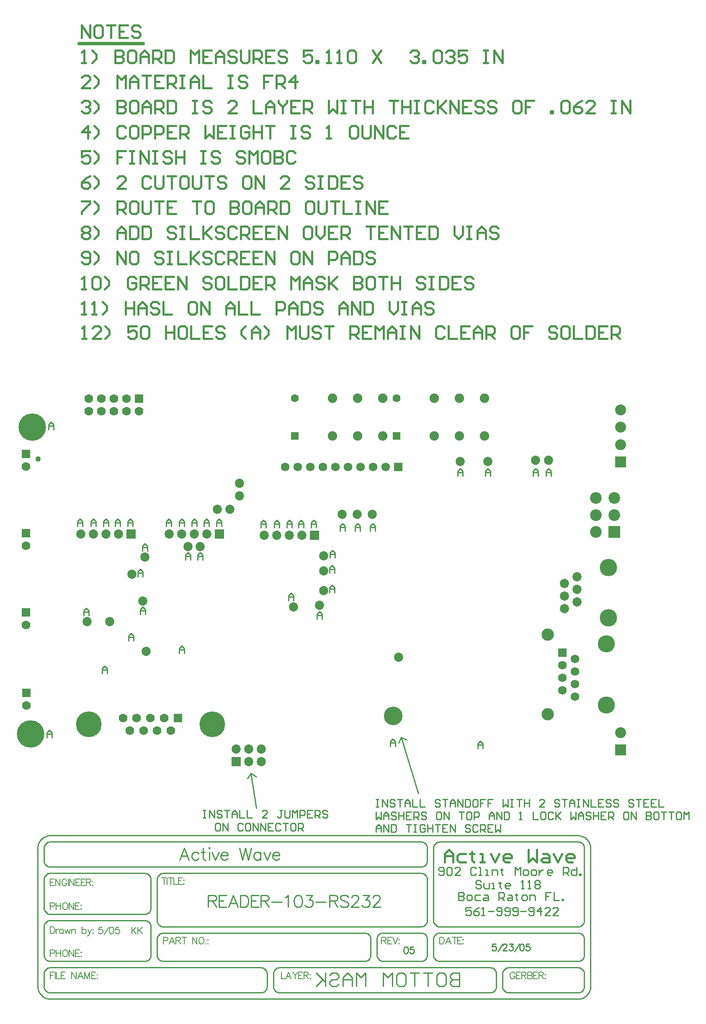
<source format=gbs>
%FSLAX24Y24*%
%MOIN*%
G70*
G01*
G75*
%ADD10C,0.0080*%
%ADD11R,0.0550X0.0400*%
%ADD12R,0.0300X0.0300*%
%ADD13R,0.0900X0.0550*%
%ADD14R,0.0900X0.1800*%
%ADD15R,0.0630X0.0118*%
%ADD16O,0.0630X0.0118*%
%ADD17O,0.0118X0.0630*%
%ADD18R,0.0780X0.0780*%
%ADD19R,0.0900X0.0350*%
%ADD20O,0.0800X0.0240*%
%ADD21R,0.0360X0.0500*%
%ADD22R,0.0360X0.0360*%
%ADD23R,0.1800X0.0900*%
%ADD24O,0.0900X0.0240*%
%ADD25R,0.0240X0.0700*%
%ADD26R,0.0800X0.0140*%
%ADD27O,0.0800X0.0300*%
%ADD28R,0.0400X0.0300*%
%ADD29R,0.1102X0.0790*%
%ADD30R,0.0550X0.0900*%
%ADD31R,0.0400X0.0550*%
%ADD32R,0.3949X0.1752*%
%ADD33R,0.0600X0.0800*%
%ADD34O,0.0240X0.0800*%
%ADD35R,0.0945X0.0591*%
%ADD36R,0.0350X0.0700*%
%ADD37R,0.1102X0.0709*%
%ADD38R,0.0709X0.1102*%
%ADD39C,0.0300*%
%ADD40C,0.0220*%
%ADD41C,0.0250*%
%ADD42C,0.0120*%
%ADD43C,0.0100*%
%ADD44C,0.0150*%
%ADD45C,0.0200*%
%ADD46C,0.0400*%
%ADD47C,0.0140*%
%ADD48C,0.0090*%
%ADD49C,0.0050*%
%ADD50R,0.0620X0.0620*%
%ADD51C,0.0620*%
%ADD52C,0.1967*%
%ADD53C,0.0650*%
%ADD54C,0.0550*%
%ADD55R,0.0650X0.0650*%
%ADD56R,0.0600X0.0600*%
%ADD57C,0.0600*%
%ADD58R,0.0520X0.0520*%
%ADD59C,0.0670*%
%ADD60C,0.2100*%
%ADD61C,0.1400*%
%ADD62C,0.1300*%
%ADD63C,0.1280*%
%ADD64C,0.0900*%
%ADD65C,0.0787*%
%ADD66R,0.0787X0.0787*%
%ADD67R,0.0850X0.0850*%
%ADD68C,0.0850*%
%ADD69C,0.0350*%
%ADD70C,0.0060*%
%ADD71C,0.0125*%
%ADD72R,0.0630X0.0480*%
%ADD73R,0.0380X0.0380*%
%ADD74R,0.0980X0.0630*%
%ADD75R,0.0980X0.1880*%
%ADD76R,0.0670X0.0158*%
%ADD77O,0.0670X0.0158*%
%ADD78O,0.0158X0.0670*%
%ADD79R,0.0860X0.0860*%
%ADD80R,0.0980X0.0430*%
%ADD81O,0.0880X0.0320*%
%ADD82R,0.0440X0.0580*%
%ADD83R,0.0440X0.0440*%
%ADD84R,0.1880X0.0980*%
%ADD85O,0.0980X0.0320*%
%ADD86R,0.0320X0.0780*%
%ADD87R,0.0880X0.0220*%
%ADD88O,0.0880X0.0380*%
%ADD89R,0.0480X0.0380*%
%ADD90R,0.1182X0.0870*%
%ADD91R,0.0630X0.0980*%
%ADD92R,0.0480X0.0630*%
%ADD93R,0.4029X0.1832*%
%ADD94R,0.0680X0.0880*%
%ADD95O,0.0320X0.0880*%
%ADD96R,0.1025X0.0671*%
%ADD97R,0.0430X0.0780*%
%ADD98R,0.1182X0.0789*%
%ADD99R,0.0789X0.1182*%
%ADD100R,0.0700X0.0700*%
%ADD101C,0.0700*%
%ADD102C,0.2047*%
%ADD103C,0.0730*%
%ADD104C,0.0630*%
%ADD105R,0.0730X0.0730*%
%ADD106R,0.0680X0.0680*%
%ADD107C,0.0680*%
%ADD108C,0.0750*%
%ADD109C,0.2180*%
%ADD110C,0.1480*%
%ADD111C,0.1380*%
%ADD112C,0.1360*%
%ADD113C,0.0980*%
%ADD114C,0.0867*%
%ADD115R,0.0867X0.0867*%
%ADD116R,0.0930X0.0930*%
%ADD117C,0.0930*%
%ADD118C,0.0430*%
D10*
X83586Y46964D02*
X83332D01*
X83306Y46736D01*
X83332Y46761D01*
X83408Y46787D01*
X83484D01*
X83560Y46761D01*
X83611Y46711D01*
X83636Y46634D01*
Y46584D01*
X83611Y46507D01*
X83560Y46457D01*
X83484Y46431D01*
X83408D01*
X83332Y46457D01*
X83306Y46482D01*
X83281Y46533D01*
X83756Y46355D02*
X84111Y46964D01*
X84299D02*
X84223Y46939D01*
X84172Y46863D01*
X84147Y46736D01*
Y46660D01*
X84172Y46533D01*
X84223Y46457D01*
X84299Y46431D01*
X84350D01*
X84426Y46457D01*
X84477Y46533D01*
X84502Y46660D01*
Y46736D01*
X84477Y46863D01*
X84426Y46939D01*
X84350Y46964D01*
X84299D01*
X84926D02*
X84672D01*
X84647Y46736D01*
X84672Y46761D01*
X84748Y46787D01*
X84825D01*
X84901Y46761D01*
X84952Y46711D01*
X84977Y46634D01*
Y46584D01*
X84952Y46507D01*
X84901Y46457D01*
X84825Y46431D01*
X84748D01*
X84672Y46457D01*
X84647Y46482D01*
X84622Y46533D01*
X85934Y46964D02*
Y46431D01*
X86290Y46964D02*
X85934Y46609D01*
X86061Y46736D02*
X86290Y46431D01*
X86409Y46964D02*
Y46431D01*
X86765Y46964D02*
X86409Y46609D01*
X86536Y46736D02*
X86765Y46431D01*
D41*
X81762Y117224D02*
X86862D01*
D43*
X111999Y43307D02*
Y42241D01*
X111466D01*
X111288Y42418D01*
Y42596D01*
X111466Y42774D01*
X111999D01*
X111466D01*
X111288Y42951D01*
Y43129D01*
X111466Y43307D01*
X111999D01*
X110399D02*
X110755D01*
X110933Y43129D01*
Y42418D01*
X110755Y42241D01*
X110399D01*
X110222Y42418D01*
Y43129D01*
X110399Y43307D01*
X109866D02*
X109155D01*
X109511D01*
Y42241D01*
X108800Y43307D02*
X108089D01*
X108445D01*
Y42241D01*
X107200Y43307D02*
X107556D01*
X107734Y43129D01*
Y42418D01*
X107556Y42241D01*
X107200D01*
X107023Y42418D01*
Y43129D01*
X107200Y43307D01*
X106667Y42241D02*
Y43307D01*
X106312Y42951D01*
X105956Y43307D01*
Y42241D01*
X104535D02*
Y43307D01*
X104179Y42951D01*
X103824Y43307D01*
Y42241D01*
X103468D02*
Y42951D01*
X103113Y43307D01*
X102757Y42951D01*
Y42241D01*
Y42774D01*
X103468D01*
X101691Y43129D02*
X101869Y43307D01*
X102224D01*
X102402Y43129D01*
Y42951D01*
X102224Y42774D01*
X101869D01*
X101691Y42596D01*
Y42418D01*
X101869Y42241D01*
X102224D01*
X102402Y42418D01*
X101336Y43307D02*
Y42241D01*
Y42596D01*
X100625Y43307D01*
X101158Y42774D01*
X100625Y42241D01*
X96701Y43242D02*
X96692Y43339D01*
X96663Y43433D01*
X96617Y43520D01*
X96555Y43595D01*
X96479Y43658D01*
X96393Y43704D01*
X96299Y43732D01*
X96201Y43742D01*
X96213Y41742D02*
X96310Y41750D01*
X96403Y41777D01*
X96489Y41823D01*
X96564Y41885D01*
X96624Y41961D01*
X96669Y42048D01*
X96695Y42142D01*
X96701Y42239D01*
X97701Y43742D02*
X97604Y43732D01*
X97510Y43704D01*
X97423Y43658D01*
X97348Y43595D01*
X97285Y43520D01*
X97239Y43433D01*
X97211Y43339D01*
X97201Y43242D01*
Y42242D02*
X97211Y42145D01*
X97238Y42052D01*
X97284Y41967D01*
X97345Y41891D01*
X97419Y41829D01*
X97504Y41782D01*
X97596Y41753D01*
X97692Y41742D01*
X114951Y43242D02*
X114942Y43339D01*
X114913Y43433D01*
X114867Y43520D01*
X114805Y43595D01*
X114729Y43658D01*
X114643Y43704D01*
X114549Y43732D01*
X114451Y43742D01*
X114463Y41742D02*
X114560Y41750D01*
X114653Y41777D01*
X114739Y41823D01*
X114814Y41885D01*
X114874Y41961D01*
X114919Y42048D01*
X114945Y42142D01*
X114951Y42239D01*
X115451Y42232D02*
X115461Y42135D01*
X115489Y42042D01*
X115536Y41957D01*
X115598Y41882D01*
X115673Y41821D01*
X115760Y41777D01*
X115853Y41750D01*
X115950Y41742D01*
X115951Y43742D02*
X115854Y43732D01*
X115760Y43704D01*
X115673Y43658D01*
X115598Y43595D01*
X115535Y43520D01*
X115489Y43433D01*
X115461Y43339D01*
X115451Y43242D01*
X87451Y50752D02*
X87442Y50847D01*
X87414Y50939D01*
X87369Y51024D01*
X87308Y51098D01*
X87233Y51159D01*
X87149Y51205D01*
X87057Y51232D01*
X86961Y51242D01*
X86971Y47992D02*
X87065Y48001D01*
X87155Y48028D01*
X87238Y48073D01*
X87311Y48132D01*
X87370Y48205D01*
X87415Y48288D01*
X87442Y48378D01*
X87451Y48472D01*
Y47002D02*
X87441Y47099D01*
X87412Y47193D01*
X87365Y47279D01*
X87302Y47354D01*
X87224Y47415D01*
X87137Y47459D01*
X87042Y47485D01*
X86944Y47491D01*
X87951Y47482D02*
X87961Y47386D01*
X87988Y47294D01*
X88034Y47210D01*
X88095Y47135D01*
X88169Y47074D01*
X88254Y47029D01*
X88346Y47001D01*
X88441Y46992D01*
X87951Y44732D02*
X87961Y44636D01*
X87988Y44544D01*
X88034Y44460D01*
X88095Y44385D01*
X88169Y44324D01*
X88254Y44279D01*
X88346Y44251D01*
X88441Y44242D01*
X86961D02*
X87057Y44251D01*
X87149Y44279D01*
X87233Y44324D01*
X87308Y44385D01*
X87369Y44460D01*
X87414Y44544D01*
X87442Y44636D01*
X87451Y44732D01*
X104951Y46002D02*
X104942Y46097D01*
X104914Y46189D01*
X104869Y46274D01*
X104808Y46348D01*
X104733Y46409D01*
X104649Y46455D01*
X104557Y46482D01*
X104461Y46492D01*
Y44242D02*
X104558Y44251D01*
X104651Y44280D01*
X104736Y44326D01*
X104811Y44388D01*
X104872Y44464D01*
X104916Y44550D01*
X104943Y44644D01*
X104951Y44740D01*
X105451Y44752D02*
X105461Y44653D01*
X105489Y44559D01*
X105535Y44471D01*
X105597Y44394D01*
X105673Y44331D01*
X105760Y44283D01*
X105854Y44253D01*
X105952Y44242D01*
X105931Y46492D02*
X105834Y46482D01*
X105742Y46453D01*
X105657Y46406D01*
X105583Y46342D01*
X105524Y46265D01*
X105481Y46178D01*
X105457Y46084D01*
X105452Y45987D01*
X88451Y46492D02*
X88354Y46482D01*
X88260Y46454D01*
X88173Y46408D01*
X88098Y46345D01*
X88035Y46270D01*
X87989Y46183D01*
X87961Y46089D01*
X87951Y45992D01*
X88451Y51242D02*
X88354Y51232D01*
X88260Y51204D01*
X88173Y51158D01*
X88098Y51095D01*
X88035Y51020D01*
X87989Y50933D01*
X87961Y50839D01*
X87951Y50742D01*
X78951Y44742D02*
X78961Y44645D01*
X78988Y44552D01*
X79034Y44467D01*
X79095Y44391D01*
X79169Y44329D01*
X79254Y44282D01*
X79346Y44253D01*
X79442Y44242D01*
X79451Y47492D02*
X79354Y47482D01*
X79260Y47454D01*
X79173Y47408D01*
X79098Y47345D01*
X79035Y47270D01*
X78989Y47183D01*
X78961Y47089D01*
X78951Y46992D01*
Y48492D02*
X78961Y48394D01*
X78989Y48300D01*
X79035Y48214D01*
X79098Y48138D01*
X79173Y48076D01*
X79260Y48030D01*
X79354Y48001D01*
X79451Y47992D01*
Y51242D02*
X79354Y51232D01*
X79260Y51204D01*
X79173Y51158D01*
X79098Y51095D01*
X79035Y51020D01*
X78989Y50933D01*
X78961Y50839D01*
X78951Y50742D01*
Y52242D02*
X78961Y52144D01*
X78989Y52050D01*
X79035Y51964D01*
X79098Y51888D01*
X79173Y51826D01*
X79260Y51780D01*
X79354Y51751D01*
X79451Y51742D01*
Y53742D02*
X79354Y53732D01*
X79260Y53704D01*
X79173Y53658D01*
X79098Y53595D01*
X79035Y53520D01*
X78989Y53433D01*
X78961Y53339D01*
X78951Y53242D01*
X109451D02*
X109442Y53339D01*
X109413Y53433D01*
X109367Y53520D01*
X109305Y53595D01*
X109229Y53658D01*
X109143Y53704D01*
X109049Y53732D01*
X108951Y53742D01*
X110451D02*
X110354Y53732D01*
X110260Y53704D01*
X110173Y53658D01*
X110098Y53595D01*
X110035Y53520D01*
X109989Y53433D01*
X109961Y53339D01*
X109951Y53242D01*
X108951Y51742D02*
X109049Y51751D01*
X109143Y51780D01*
X109229Y51826D01*
X109305Y51888D01*
X109367Y51964D01*
X109413Y52050D01*
X109442Y52144D01*
X109451Y52242D01*
Y50742D02*
X109442Y50839D01*
X109413Y50933D01*
X109367Y51020D01*
X109305Y51095D01*
X109229Y51158D01*
X109143Y51204D01*
X109049Y51232D01*
X108951Y51242D01*
X79451Y43742D02*
X79354Y43732D01*
X79260Y43704D01*
X79173Y43658D01*
X79098Y43595D01*
X79035Y43520D01*
X78989Y43433D01*
X78961Y43339D01*
X78951Y43242D01*
X108960Y46992D02*
X109056Y47003D01*
X109149Y47032D01*
X109234Y47079D01*
X109308Y47141D01*
X109369Y47217D01*
X109414Y47302D01*
X109442Y47395D01*
X109451Y47492D01*
X78951Y42242D02*
X78961Y42145D01*
X78988Y42052D01*
X79034Y41967D01*
X79095Y41891D01*
X79169Y41829D01*
X79254Y41782D01*
X79346Y41753D01*
X79442Y41742D01*
X109451Y46002D02*
X109442Y46097D01*
X109414Y46189D01*
X109369Y46274D01*
X109308Y46348D01*
X109233Y46409D01*
X109149Y46455D01*
X109057Y46482D01*
X108961Y46492D01*
X109951Y44732D02*
X109961Y44635D01*
X109989Y44542D01*
X110036Y44457D01*
X110098Y44382D01*
X110173Y44321D01*
X110260Y44277D01*
X110353Y44250D01*
X110450Y44242D01*
X108951Y44242D02*
X109049Y44251D01*
X109143Y44280D01*
X109229Y44326D01*
X109305Y44388D01*
X109367Y44464D01*
X109413Y44550D01*
X109442Y44644D01*
X109451Y44742D01*
X121451Y41742D02*
X121549Y41751D01*
X121643Y41780D01*
X121729Y41826D01*
X121805Y41888D01*
X121867Y41964D01*
X121913Y42050D01*
X121942Y42144D01*
X121951Y42242D01*
X121951Y43251D02*
X121940Y43347D01*
X121911Y43439D01*
X121864Y43524D01*
X121802Y43598D01*
X121726Y43659D01*
X121641Y43705D01*
X121548Y43733D01*
X121451Y43742D01*
Y44242D02*
X121549Y44251D01*
X121643Y44280D01*
X121729Y44326D01*
X121805Y44388D01*
X121867Y44464D01*
X121913Y44550D01*
X121942Y44644D01*
X121951Y44742D01*
Y53252D02*
X121941Y53349D01*
X121912Y53443D01*
X121865Y53529D01*
X121802Y53604D01*
X121724Y53665D01*
X121637Y53709D01*
X121542Y53735D01*
X121444Y53741D01*
X122451Y53242D02*
X122446Y53340D01*
X122432Y53437D01*
X122408Y53532D01*
X122375Y53624D01*
X122333Y53713D01*
X122283Y53797D01*
X122224Y53876D01*
X122158Y53949D01*
X122086Y54015D01*
X122007Y54073D01*
X121923Y54124D01*
X121834Y54166D01*
X121741Y54199D01*
X121646Y54223D01*
X121549Y54237D01*
X121451Y54242D01*
Y41242D02*
X121549Y41247D01*
X121646Y41261D01*
X121741Y41285D01*
X121834Y41318D01*
X121923Y41360D01*
X122007Y41410D01*
X122086Y41469D01*
X122158Y41535D01*
X122224Y41607D01*
X122283Y41686D01*
X122333Y41770D01*
X122375Y41859D01*
X122408Y41952D01*
X122432Y42047D01*
X122446Y42144D01*
X122451Y42242D01*
X78451Y42252D02*
X78456Y42154D01*
X78470Y42057D01*
X78494Y41962D01*
X78526Y41869D01*
X78568Y41781D01*
X78618Y41696D01*
X78676Y41617D01*
X78741Y41544D01*
X78813Y41477D01*
X78891Y41418D01*
X78974Y41367D01*
X79062Y41324D01*
X79154Y41290D01*
X79249Y41264D01*
X79346Y41248D01*
X79444Y41242D01*
X79451Y54242D02*
X79353Y54237D01*
X79256Y54223D01*
X79161Y54199D01*
X79069Y54166D01*
X78980Y54124D01*
X78896Y54073D01*
X78817Y54015D01*
X78744Y53949D01*
X78678Y53876D01*
X78620Y53797D01*
X78569Y53713D01*
X78527Y53624D01*
X78494Y53532D01*
X78470Y53437D01*
X78456Y53340D01*
X78451Y53242D01*
X109951Y47492D02*
X109961Y47394D01*
X109989Y47300D01*
X110035Y47214D01*
X110098Y47138D01*
X110173Y47076D01*
X110260Y47030D01*
X110354Y47001D01*
X110451Y46992D01*
X121451D02*
X121549Y47001D01*
X121643Y47030D01*
X121729Y47076D01*
X121805Y47138D01*
X121867Y47214D01*
X121913Y47300D01*
X121942Y47394D01*
X121951Y47492D01*
X110451Y46492D02*
X110354Y46482D01*
X110260Y46454D01*
X110173Y46408D01*
X110098Y46345D01*
X110035Y46270D01*
X109989Y46183D01*
X109961Y46089D01*
X109951Y45992D01*
X121951Y46002D02*
X121942Y46097D01*
X121914Y46189D01*
X121869Y46274D01*
X121808Y46348D01*
X121733Y46409D01*
X121649Y46455D01*
X121557Y46482D01*
X121461Y46492D01*
X97701Y41742D02*
X114451D01*
X79451D02*
X96201D01*
X79451Y43742D02*
X96201D01*
X97701D02*
X114451D01*
X115951Y41742D02*
X121451D01*
X115951Y43742D02*
X121451D01*
X79451Y53742D02*
X108951D01*
X79451Y41242D02*
X121451D01*
X79451Y54242D02*
X121451D01*
X79451Y44242D02*
X86951D01*
X79451Y47492D02*
X86951D01*
X79451Y47992D02*
X86951D01*
X79451Y51242D02*
X86951D01*
X79451Y51742D02*
X108951D01*
X88451Y51242D02*
X108951D01*
X88451Y46492D02*
X104451D01*
X88451Y44242D02*
X104451D01*
X105951D02*
X108951D01*
X105951Y46492D02*
X108951D01*
X110451Y44242D02*
X121451D01*
X110451Y53742D02*
X121451D01*
X88451Y46992D02*
X108951D01*
X110451D02*
X121451D01*
X110451Y46492D02*
X121451D01*
X96701Y42242D02*
Y43242D01*
X97201Y42242D02*
Y43242D01*
X114951Y42242D02*
Y43242D01*
X115451Y42242D02*
Y43242D01*
X122451Y42242D02*
Y53242D01*
X78951Y44742D02*
Y46992D01*
X87451Y44742D02*
Y46992D01*
X78951Y48492D02*
Y50742D01*
X87451Y48492D02*
Y50742D01*
X78951Y52242D02*
Y53242D01*
X109451Y52242D02*
Y53242D01*
Y47492D02*
Y50742D01*
X87951Y47492D02*
Y50742D01*
X104951Y44742D02*
Y45992D01*
X87951Y44742D02*
Y45992D01*
X105451Y44742D02*
Y45992D01*
X109451Y44742D02*
Y45992D01*
X121951Y42242D02*
Y43242D01*
X78951Y42242D02*
Y43242D01*
X78451Y42242D02*
Y53242D01*
X109951Y47492D02*
Y53242D01*
X121951Y47492D02*
Y53242D01*
X109951Y44742D02*
Y45992D01*
X121951Y44742D02*
Y46002D01*
X113739Y50567D02*
X113632Y50673D01*
X113419D01*
X113312Y50567D01*
Y50460D01*
X113419Y50353D01*
X113632D01*
X113739Y50247D01*
Y50140D01*
X113632Y50034D01*
X113419D01*
X113312Y50140D01*
X113952Y50460D02*
Y50140D01*
X114058Y50034D01*
X114378D01*
Y50460D01*
X114592Y50034D02*
X114805D01*
X114698D01*
Y50460D01*
X114592D01*
X115231Y50567D02*
Y50460D01*
X115125D01*
X115338D01*
X115231D01*
Y50140D01*
X115338Y50034D01*
X115978D02*
X115765D01*
X115658Y50140D01*
Y50353D01*
X115765Y50460D01*
X115978D01*
X116084Y50353D01*
Y50247D01*
X115658D01*
X116937Y50034D02*
X117151D01*
X117044D01*
Y50673D01*
X116937Y50567D01*
X117471Y50034D02*
X117684D01*
X117577D01*
Y50673D01*
X117471Y50567D01*
X118004D02*
X118110Y50673D01*
X118324D01*
X118430Y50567D01*
Y50460D01*
X118324Y50353D01*
X118430Y50247D01*
Y50140D01*
X118324Y50034D01*
X118110D01*
X118004Y50140D01*
Y50247D01*
X118110Y50353D01*
X118004Y50460D01*
Y50567D01*
X118110Y50353D02*
X118324D01*
X112939Y48523D02*
X112512D01*
Y48203D01*
X112725Y48310D01*
X112832D01*
X112939Y48203D01*
Y47990D01*
X112832Y47884D01*
X112619D01*
X112512Y47990D01*
X113578Y48523D02*
X113365Y48417D01*
X113152Y48203D01*
Y47990D01*
X113258Y47884D01*
X113472D01*
X113578Y47990D01*
Y48097D01*
X113472Y48203D01*
X113152D01*
X113792Y47884D02*
X114005D01*
X113898D01*
Y48523D01*
X113792Y48417D01*
X114325Y48203D02*
X114751D01*
X114965Y47990D02*
X115071Y47884D01*
X115284D01*
X115391Y47990D01*
Y48417D01*
X115284Y48523D01*
X115071D01*
X114965Y48417D01*
Y48310D01*
X115071Y48203D01*
X115391D01*
X115604Y47990D02*
X115711Y47884D01*
X115924D01*
X116031Y47990D01*
Y48417D01*
X115924Y48523D01*
X115711D01*
X115604Y48417D01*
Y48310D01*
X115711Y48203D01*
X116031D01*
X116244Y47990D02*
X116351Y47884D01*
X116564D01*
X116671Y47990D01*
Y48417D01*
X116564Y48523D01*
X116351D01*
X116244Y48417D01*
Y48310D01*
X116351Y48203D01*
X116671D01*
X116884D02*
X117310D01*
X117524Y47990D02*
X117630Y47884D01*
X117844D01*
X117950Y47990D01*
Y48417D01*
X117844Y48523D01*
X117630D01*
X117524Y48417D01*
Y48310D01*
X117630Y48203D01*
X117950D01*
X118483Y47884D02*
Y48523D01*
X118163Y48203D01*
X118590D01*
X119230Y47884D02*
X118803D01*
X119230Y48310D01*
Y48417D01*
X119123Y48523D01*
X118910D01*
X118803Y48417D01*
X119870Y47884D02*
X119443D01*
X119870Y48310D01*
Y48417D01*
X119763Y48523D01*
X119550D01*
X119443Y48417D01*
X110362Y51190D02*
X110469Y51084D01*
X110682D01*
X110789Y51190D01*
Y51617D01*
X110682Y51723D01*
X110469D01*
X110362Y51617D01*
Y51510D01*
X110469Y51403D01*
X110789D01*
X111002Y51617D02*
X111108Y51723D01*
X111322D01*
X111428Y51617D01*
Y51190D01*
X111322Y51084D01*
X111108D01*
X111002Y51190D01*
Y51617D01*
X112068Y51084D02*
X111642D01*
X112068Y51510D01*
Y51617D01*
X111961Y51723D01*
X111748D01*
X111642Y51617D01*
X113348D02*
X113241Y51723D01*
X113028D01*
X112921Y51617D01*
Y51190D01*
X113028Y51084D01*
X113241D01*
X113348Y51190D01*
X113561Y51084D02*
X113774D01*
X113668D01*
Y51723D01*
X113561D01*
X114094Y51084D02*
X114307D01*
X114201D01*
Y51510D01*
X114094D01*
X114627Y51084D02*
Y51510D01*
X114947D01*
X115054Y51403D01*
Y51084D01*
X115374Y51617D02*
Y51510D01*
X115267D01*
X115480D01*
X115374D01*
Y51190D01*
X115480Y51084D01*
X116440D02*
Y51723D01*
X116653Y51510D01*
X116867Y51723D01*
Y51084D01*
X117186D02*
X117400D01*
X117506Y51190D01*
Y51403D01*
X117400Y51510D01*
X117186D01*
X117080Y51403D01*
Y51190D01*
X117186Y51084D01*
X117826D02*
X118040D01*
X118146Y51190D01*
Y51403D01*
X118040Y51510D01*
X117826D01*
X117720Y51403D01*
Y51190D01*
X117826Y51084D01*
X118359Y51510D02*
Y51084D01*
Y51297D01*
X118466Y51403D01*
X118573Y51510D01*
X118679D01*
X119319Y51084D02*
X119106D01*
X118999Y51190D01*
Y51403D01*
X119106Y51510D01*
X119319D01*
X119426Y51403D01*
Y51297D01*
X118999D01*
X120279Y51084D02*
Y51723D01*
X120599D01*
X120705Y51617D01*
Y51403D01*
X120599Y51297D01*
X120279D01*
X120492D02*
X120705Y51084D01*
X121345Y51723D02*
Y51084D01*
X121025D01*
X120919Y51190D01*
Y51403D01*
X121025Y51510D01*
X121345D01*
X121558Y51084D02*
Y51190D01*
X121665D01*
Y51084D01*
X121558D01*
X111962Y49723D02*
Y49084D01*
X112282D01*
X112389Y49190D01*
Y49297D01*
X112282Y49403D01*
X111962D01*
X112282D01*
X112389Y49510D01*
Y49617D01*
X112282Y49723D01*
X111962D01*
X112708Y49084D02*
X112922D01*
X113028Y49190D01*
Y49403D01*
X112922Y49510D01*
X112708D01*
X112602Y49403D01*
Y49190D01*
X112708Y49084D01*
X113668Y49510D02*
X113348D01*
X113242Y49403D01*
Y49190D01*
X113348Y49084D01*
X113668D01*
X113988Y49510D02*
X114201D01*
X114308Y49403D01*
Y49084D01*
X113988D01*
X113881Y49190D01*
X113988Y49297D01*
X114308D01*
X115161Y49084D02*
Y49723D01*
X115481D01*
X115587Y49617D01*
Y49403D01*
X115481Y49297D01*
X115161D01*
X115374D02*
X115587Y49084D01*
X115907Y49510D02*
X116121D01*
X116227Y49403D01*
Y49084D01*
X115907D01*
X115801Y49190D01*
X115907Y49297D01*
X116227D01*
X116547Y49617D02*
Y49510D01*
X116441D01*
X116654D01*
X116547D01*
Y49190D01*
X116654Y49084D01*
X117080D02*
X117294D01*
X117400Y49190D01*
Y49403D01*
X117294Y49510D01*
X117080D01*
X116974Y49403D01*
Y49190D01*
X117080Y49084D01*
X117613D02*
Y49510D01*
X117933D01*
X118040Y49403D01*
Y49084D01*
X119320Y49723D02*
X118893D01*
Y49403D01*
X119106D01*
X118893D01*
Y49084D01*
X119533Y49723D02*
Y49084D01*
X119959D01*
X120173D02*
Y49190D01*
X120279D01*
Y49084D01*
X120173D01*
X95424Y59192D02*
X95829Y56434D01*
X95424Y59192D02*
X95829Y58908D01*
X95140Y58787D02*
X95424Y59192D01*
X107374Y62059D02*
X108754Y57584D01*
X107374Y62059D02*
X107823Y61850D01*
X107165Y61611D02*
X107374Y62059D01*
X91624Y56259D02*
X91824D01*
X91724D01*
Y55659D01*
X91624D01*
X91824D01*
X92124D02*
Y56259D01*
X92524Y55659D01*
Y56259D01*
X93124Y56159D02*
X93024Y56259D01*
X92824D01*
X92724Y56159D01*
Y56059D01*
X92824Y55959D01*
X93024D01*
X93124Y55859D01*
Y55759D01*
X93024Y55659D01*
X92824D01*
X92724Y55759D01*
X93323Y56259D02*
X93723D01*
X93523D01*
Y55659D01*
X93923D02*
Y56059D01*
X94123Y56259D01*
X94323Y56059D01*
Y55659D01*
Y55959D01*
X93923D01*
X94523Y56259D02*
Y55659D01*
X94923D01*
X95123Y56259D02*
Y55659D01*
X95523D01*
X96722D02*
X96323D01*
X96722Y56059D01*
Y56159D01*
X96622Y56259D01*
X96422D01*
X96323Y56159D01*
X97922Y56259D02*
X97722D01*
X97822D01*
Y55759D01*
X97722Y55659D01*
X97622D01*
X97522Y55759D01*
X98122Y56259D02*
Y55759D01*
X98222Y55659D01*
X98422D01*
X98522Y55759D01*
Y56259D01*
X98722Y55659D02*
Y56259D01*
X98922Y56059D01*
X99122Y56259D01*
Y55659D01*
X99322D02*
Y56259D01*
X99621D01*
X99721Y56159D01*
Y55959D01*
X99621Y55859D01*
X99322D01*
X100321Y56259D02*
X99921D01*
Y55659D01*
X100321D01*
X99921Y55959D02*
X100121D01*
X100521Y55659D02*
Y56259D01*
X100821D01*
X100921Y56159D01*
Y55959D01*
X100821Y55859D01*
X100521D01*
X100721D02*
X100921Y55659D01*
X101521Y56159D02*
X101421Y56259D01*
X101221D01*
X101121Y56159D01*
Y56059D01*
X101221Y55959D01*
X101421D01*
X101521Y55859D01*
Y55759D01*
X101421Y55659D01*
X101221D01*
X101121Y55759D01*
X92874Y55209D02*
X92674D01*
X92574Y55109D01*
Y54709D01*
X92674Y54609D01*
X92874D01*
X92974Y54709D01*
Y55109D01*
X92874Y55209D01*
X93174Y54609D02*
Y55209D01*
X93574Y54609D01*
Y55209D01*
X94773Y55109D02*
X94673Y55209D01*
X94473D01*
X94373Y55109D01*
Y54709D01*
X94473Y54609D01*
X94673D01*
X94773Y54709D01*
X95273Y55209D02*
X95073D01*
X94973Y55109D01*
Y54709D01*
X95073Y54609D01*
X95273D01*
X95373Y54709D01*
Y55109D01*
X95273Y55209D01*
X95573Y54609D02*
Y55209D01*
X95973Y54609D01*
Y55209D01*
X96173Y54609D02*
Y55209D01*
X96573Y54609D01*
Y55209D01*
X97173D02*
X96773D01*
Y54609D01*
X97173D01*
X96773Y54909D02*
X96973D01*
X97772Y55109D02*
X97672Y55209D01*
X97472D01*
X97372Y55109D01*
Y54709D01*
X97472Y54609D01*
X97672D01*
X97772Y54709D01*
X97972Y55209D02*
X98372D01*
X98172D01*
Y54609D01*
X98872Y55209D02*
X98672D01*
X98572Y55109D01*
Y54709D01*
X98672Y54609D01*
X98872D01*
X98972Y54709D01*
Y55109D01*
X98872Y55209D01*
X99172Y54609D02*
Y55209D01*
X99472D01*
X99572Y55109D01*
Y54909D01*
X99472Y54809D01*
X99172D01*
X99372D02*
X99572Y54609D01*
X82124Y71709D02*
Y72109D01*
X82324Y72309D01*
X82524Y72109D01*
Y71709D01*
Y72009D01*
X82124D01*
X85674Y69709D02*
Y70109D01*
X85874Y70309D01*
X86074Y70109D01*
Y69709D01*
Y70009D01*
X85674D01*
X86624Y71809D02*
Y72209D01*
X86824Y72409D01*
X87024Y72209D01*
Y71809D01*
Y72109D01*
X86624D01*
X89724Y68709D02*
Y69109D01*
X89924Y69309D01*
X90124Y69109D01*
Y68709D01*
Y69009D01*
X89724D01*
X86424Y74809D02*
Y75209D01*
X86624Y75409D01*
X86824Y75209D01*
Y74809D01*
Y75109D01*
X86424D01*
X86774Y76859D02*
Y77259D01*
X86974Y77459D01*
X87174Y77259D01*
Y76859D01*
Y77159D01*
X86774D01*
X90224Y76159D02*
Y76559D01*
X90424Y76759D01*
X90624Y76559D01*
Y76159D01*
Y76459D01*
X90224D01*
X91174Y76159D02*
Y76559D01*
X91374Y76759D01*
X91574Y76559D01*
Y76159D01*
Y76459D01*
X91174D01*
X98424Y72909D02*
Y73309D01*
X98624Y73509D01*
X98824Y73309D01*
Y72909D01*
Y73209D01*
X98424D01*
X100674Y71459D02*
Y71859D01*
X100874Y72059D01*
X101074Y71859D01*
Y71459D01*
Y71759D01*
X100674D01*
X101674Y73559D02*
Y73959D01*
X101874Y74159D01*
X102074Y73959D01*
Y73559D01*
Y73859D01*
X101674D01*
Y75109D02*
Y75509D01*
X101874Y75709D01*
X102074Y75509D01*
Y75109D01*
Y75409D01*
X101674D01*
X101724Y76309D02*
Y76709D01*
X101924Y76909D01*
X102124Y76709D01*
Y76309D01*
Y76609D01*
X101724D01*
X102524Y78459D02*
Y78859D01*
X102724Y79059D01*
X102924Y78859D01*
Y78459D01*
Y78759D01*
X102524D01*
X103724Y78459D02*
Y78859D01*
X103924Y79059D01*
X104124Y78859D01*
Y78459D01*
Y78759D01*
X103724D01*
X104924Y78459D02*
Y78859D01*
X105124Y79059D01*
X105324Y78859D01*
Y78459D01*
Y78759D01*
X104924D01*
X111874Y82809D02*
Y83209D01*
X112074Y83409D01*
X112274Y83209D01*
Y82809D01*
Y83109D01*
X111874D01*
X114074Y82809D02*
Y83209D01*
X114274Y83409D01*
X114474Y83209D01*
Y82809D01*
Y83109D01*
X114074D01*
X117874Y82809D02*
Y83209D01*
X118074Y83409D01*
X118274Y83209D01*
Y82809D01*
Y83109D01*
X117874D01*
X118924Y82809D02*
Y83209D01*
X119124Y83409D01*
X119324Y83209D01*
Y82809D01*
Y83109D01*
X118924D01*
X113474Y61159D02*
Y61559D01*
X113674Y61759D01*
X113874Y61559D01*
Y61159D01*
Y61459D01*
X113474D01*
X106504Y61334D02*
Y61734D01*
X106704Y61934D01*
X106904Y61734D01*
Y61334D01*
Y61634D01*
X106504D01*
X79174Y62009D02*
Y62409D01*
X79374Y62609D01*
X79574Y62409D01*
Y62009D01*
Y62309D01*
X79174D01*
X79324Y86509D02*
Y86909D01*
X79524Y87109D01*
X79724Y86909D01*
Y86509D01*
Y86809D01*
X79324D01*
X105374Y57109D02*
X105574D01*
X105474D01*
Y56509D01*
X105374D01*
X105574D01*
X105874D02*
Y57109D01*
X106274Y56509D01*
Y57109D01*
X106874Y57009D02*
X106774Y57109D01*
X106574D01*
X106474Y57009D01*
Y56909D01*
X106574Y56809D01*
X106774D01*
X106874Y56709D01*
Y56609D01*
X106774Y56509D01*
X106574D01*
X106474Y56609D01*
X107073Y57109D02*
X107473D01*
X107273D01*
Y56509D01*
X107673D02*
Y56909D01*
X107873Y57109D01*
X108073Y56909D01*
Y56509D01*
Y56809D01*
X107673D01*
X108273Y57109D02*
Y56509D01*
X108673D01*
X108873Y57109D02*
Y56509D01*
X109273D01*
X110472Y57009D02*
X110372Y57109D01*
X110172D01*
X110073Y57009D01*
Y56909D01*
X110172Y56809D01*
X110372D01*
X110472Y56709D01*
Y56609D01*
X110372Y56509D01*
X110172D01*
X110073Y56609D01*
X110672Y57109D02*
X111072D01*
X110872D01*
Y56509D01*
X111272D02*
Y56909D01*
X111472Y57109D01*
X111672Y56909D01*
Y56509D01*
Y56809D01*
X111272D01*
X111872Y56509D02*
Y57109D01*
X112272Y56509D01*
Y57109D01*
X112472D02*
Y56509D01*
X112772D01*
X112872Y56609D01*
Y57009D01*
X112772Y57109D01*
X112472D01*
X113371D02*
X113172D01*
X113072Y57009D01*
Y56609D01*
X113172Y56509D01*
X113371D01*
X113471Y56609D01*
Y57009D01*
X113371Y57109D01*
X114071D02*
X113671D01*
Y56809D01*
X113871D01*
X113671D01*
Y56509D01*
X114671Y57109D02*
X114271D01*
Y56809D01*
X114471D01*
X114271D01*
Y56509D01*
X115471Y57109D02*
Y56509D01*
X115671Y56709D01*
X115871Y56509D01*
Y57109D01*
X116071D02*
X116271D01*
X116171D01*
Y56509D01*
X116071D01*
X116271D01*
X116570Y57109D02*
X116970D01*
X116770D01*
Y56509D01*
X117170Y57109D02*
Y56509D01*
Y56809D01*
X117570D01*
Y57109D01*
Y56509D01*
X118770D02*
X118370D01*
X118770Y56909D01*
Y57009D01*
X118670Y57109D01*
X118470D01*
X118370Y57009D01*
X119969D02*
X119869Y57109D01*
X119669D01*
X119569Y57009D01*
Y56909D01*
X119669Y56809D01*
X119869D01*
X119969Y56709D01*
Y56609D01*
X119869Y56509D01*
X119669D01*
X119569Y56609D01*
X120169Y57109D02*
X120569D01*
X120369D01*
Y56509D01*
X120769D02*
Y56909D01*
X120969Y57109D01*
X121169Y56909D01*
Y56509D01*
Y56809D01*
X120769D01*
X121369Y57109D02*
X121569D01*
X121469D01*
Y56509D01*
X121369D01*
X121569D01*
X121869D02*
Y57109D01*
X122269Y56509D01*
Y57109D01*
X122469D02*
Y56509D01*
X122868D01*
X123468Y57109D02*
X123068D01*
Y56509D01*
X123468D01*
X123068Y56809D02*
X123268D01*
X124068Y57009D02*
X123968Y57109D01*
X123768D01*
X123668Y57009D01*
Y56909D01*
X123768Y56809D01*
X123968D01*
X124068Y56709D01*
Y56609D01*
X123968Y56509D01*
X123768D01*
X123668Y56609D01*
X124668Y57009D02*
X124568Y57109D01*
X124368D01*
X124268Y57009D01*
Y56909D01*
X124368Y56809D01*
X124568D01*
X124668Y56709D01*
Y56609D01*
X124568Y56509D01*
X124368D01*
X124268Y56609D01*
X125867Y57009D02*
X125767Y57109D01*
X125568D01*
X125468Y57009D01*
Y56909D01*
X125568Y56809D01*
X125767D01*
X125867Y56709D01*
Y56609D01*
X125767Y56509D01*
X125568D01*
X125468Y56609D01*
X126067Y57109D02*
X126467D01*
X126267D01*
Y56509D01*
X127067Y57109D02*
X126667D01*
Y56509D01*
X127067D01*
X126667Y56809D02*
X126867D01*
X127667Y57109D02*
X127267D01*
Y56509D01*
X127667D01*
X127267Y56809D02*
X127467D01*
X127867Y57109D02*
Y56509D01*
X128267D01*
X105374Y56109D02*
Y55509D01*
X105574Y55709D01*
X105774Y55509D01*
Y56109D01*
X105974Y55509D02*
Y55909D01*
X106174Y56109D01*
X106374Y55909D01*
Y55509D01*
Y55809D01*
X105974D01*
X106974Y56009D02*
X106874Y56109D01*
X106674D01*
X106574Y56009D01*
Y55909D01*
X106674Y55809D01*
X106874D01*
X106974Y55709D01*
Y55609D01*
X106874Y55509D01*
X106674D01*
X106574Y55609D01*
X107173Y56109D02*
Y55509D01*
Y55809D01*
X107573D01*
Y56109D01*
Y55509D01*
X108173Y56109D02*
X107773D01*
Y55509D01*
X108173D01*
X107773Y55809D02*
X107973D01*
X108373Y55509D02*
Y56109D01*
X108673D01*
X108773Y56009D01*
Y55809D01*
X108673Y55709D01*
X108373D01*
X108573D02*
X108773Y55509D01*
X109373Y56009D02*
X109273Y56109D01*
X109073D01*
X108973Y56009D01*
Y55909D01*
X109073Y55809D01*
X109273D01*
X109373Y55709D01*
Y55609D01*
X109273Y55509D01*
X109073D01*
X108973Y55609D01*
X110472Y56109D02*
X110272D01*
X110172Y56009D01*
Y55609D01*
X110272Y55509D01*
X110472D01*
X110572Y55609D01*
Y56009D01*
X110472Y56109D01*
X110772Y55509D02*
Y56109D01*
X111172Y55509D01*
Y56109D01*
X111972D02*
X112372D01*
X112172D01*
Y55509D01*
X112872Y56109D02*
X112672D01*
X112572Y56009D01*
Y55609D01*
X112672Y55509D01*
X112872D01*
X112972Y55609D01*
Y56009D01*
X112872Y56109D01*
X113172Y55509D02*
Y56109D01*
X113471D01*
X113571Y56009D01*
Y55809D01*
X113471Y55709D01*
X113172D01*
X114371Y55509D02*
Y55909D01*
X114571Y56109D01*
X114771Y55909D01*
Y55509D01*
Y55809D01*
X114371D01*
X114971Y55509D02*
Y56109D01*
X115371Y55509D01*
Y56109D01*
X115571D02*
Y55509D01*
X115871D01*
X115971Y55609D01*
Y56009D01*
X115871Y56109D01*
X115571D01*
X116770Y55509D02*
X116970D01*
X116870D01*
Y56109D01*
X116770Y56009D01*
X117870Y56109D02*
Y55509D01*
X118270D01*
X118770Y56109D02*
X118570D01*
X118470Y56009D01*
Y55609D01*
X118570Y55509D01*
X118770D01*
X118870Y55609D01*
Y56009D01*
X118770Y56109D01*
X119469Y56009D02*
X119370Y56109D01*
X119170D01*
X119070Y56009D01*
Y55609D01*
X119170Y55509D01*
X119370D01*
X119469Y55609D01*
X119669Y56109D02*
Y55509D01*
Y55709D01*
X120069Y56109D01*
X119769Y55809D01*
X120069Y55509D01*
X120869Y56109D02*
Y55509D01*
X121069Y55709D01*
X121269Y55509D01*
Y56109D01*
X121469Y55509D02*
Y55909D01*
X121669Y56109D01*
X121869Y55909D01*
Y55509D01*
Y55809D01*
X121469D01*
X122469Y56009D02*
X122369Y56109D01*
X122169D01*
X122069Y56009D01*
Y55909D01*
X122169Y55809D01*
X122369D01*
X122469Y55709D01*
Y55609D01*
X122369Y55509D01*
X122169D01*
X122069Y55609D01*
X122668Y56109D02*
Y55509D01*
Y55809D01*
X123068D01*
Y56109D01*
Y55509D01*
X123668Y56109D02*
X123268D01*
Y55509D01*
X123668D01*
X123268Y55809D02*
X123468D01*
X123868Y55509D02*
Y56109D01*
X124168D01*
X124268Y56009D01*
Y55809D01*
X124168Y55709D01*
X123868D01*
X124068D02*
X124268Y55509D01*
X125368Y56109D02*
X125168D01*
X125068Y56009D01*
Y55609D01*
X125168Y55509D01*
X125368D01*
X125468Y55609D01*
Y56009D01*
X125368Y56109D01*
X125667Y55509D02*
Y56109D01*
X126067Y55509D01*
Y56109D01*
X126867D02*
Y55509D01*
X127167D01*
X127267Y55609D01*
Y55709D01*
X127167Y55809D01*
X126867D01*
X127167D01*
X127267Y55909D01*
Y56009D01*
X127167Y56109D01*
X126867D01*
X127767D02*
X127567D01*
X127467Y56009D01*
Y55609D01*
X127567Y55509D01*
X127767D01*
X127867Y55609D01*
Y56009D01*
X127767Y56109D01*
X128067D02*
X128467D01*
X128267D01*
Y55509D01*
X128667Y56109D02*
X129066D01*
X128866D01*
Y55509D01*
X129566Y56109D02*
X129366D01*
X129266Y56009D01*
Y55609D01*
X129366Y55509D01*
X129566D01*
X129666Y55609D01*
Y56009D01*
X129566Y56109D01*
X129866Y55509D02*
Y56109D01*
X130066Y55909D01*
X130266Y56109D01*
Y55509D01*
X105374Y54509D02*
Y54909D01*
X105574Y55109D01*
X105774Y54909D01*
Y54509D01*
Y54809D01*
X105374D01*
X105974Y54509D02*
Y55109D01*
X106374Y54509D01*
Y55109D01*
X106574D02*
Y54509D01*
X106874D01*
X106974Y54609D01*
Y55009D01*
X106874Y55109D01*
X106574D01*
X107773D02*
X108173D01*
X107973D01*
Y54509D01*
X108373Y55109D02*
X108573D01*
X108473D01*
Y54509D01*
X108373D01*
X108573D01*
X109273Y55009D02*
X109173Y55109D01*
X108973D01*
X108873Y55009D01*
Y54609D01*
X108973Y54509D01*
X109173D01*
X109273Y54609D01*
Y54809D01*
X109073D01*
X109473Y55109D02*
Y54509D01*
Y54809D01*
X109873D01*
Y55109D01*
Y54509D01*
X110073Y55109D02*
X110472D01*
X110272D01*
Y54509D01*
X111072Y55109D02*
X110672D01*
Y54509D01*
X111072D01*
X110672Y54809D02*
X110872D01*
X111272Y54509D02*
Y55109D01*
X111672Y54509D01*
Y55109D01*
X112872Y55009D02*
X112772Y55109D01*
X112572D01*
X112472Y55009D01*
Y54909D01*
X112572Y54809D01*
X112772D01*
X112872Y54709D01*
Y54609D01*
X112772Y54509D01*
X112572D01*
X112472Y54609D01*
X113471Y55009D02*
X113371Y55109D01*
X113172D01*
X113072Y55009D01*
Y54609D01*
X113172Y54509D01*
X113371D01*
X113471Y54609D01*
X113671Y54509D02*
Y55109D01*
X113971D01*
X114071Y55009D01*
Y54809D01*
X113971Y54709D01*
X113671D01*
X113871D02*
X114071Y54509D01*
X114671Y55109D02*
X114271D01*
Y54509D01*
X114671D01*
X114271Y54809D02*
X114471D01*
X114871Y55109D02*
Y54509D01*
X115071Y54709D01*
X115271Y54509D01*
Y55109D01*
X81624Y78809D02*
Y79209D01*
X81824Y79409D01*
X82024Y79209D01*
Y78809D01*
Y79109D01*
X81624D01*
X82674Y78809D02*
Y79209D01*
X82874Y79409D01*
X83074Y79209D01*
Y78809D01*
Y79109D01*
X82674D01*
X83674Y78809D02*
Y79209D01*
X83874Y79409D01*
X84074Y79209D01*
Y78809D01*
Y79109D01*
X83674D01*
X84624Y78809D02*
Y79209D01*
X84824Y79409D01*
X85024Y79209D01*
Y78809D01*
Y79109D01*
X84624D01*
X85624Y78809D02*
Y79209D01*
X85824Y79409D01*
X86024Y79209D01*
Y78809D01*
Y79109D01*
X85624D01*
X88674Y78809D02*
Y79209D01*
X88874Y79409D01*
X89074Y79209D01*
Y78809D01*
Y79109D01*
X88674D01*
X89724Y78809D02*
Y79209D01*
X89924Y79409D01*
X90124Y79209D01*
Y78809D01*
Y79109D01*
X89724D01*
X90724Y78809D02*
Y79209D01*
X90924Y79409D01*
X91124Y79209D01*
Y78809D01*
Y79109D01*
X90724D01*
X91674Y78809D02*
Y79209D01*
X91874Y79409D01*
X92074Y79209D01*
Y78809D01*
Y79109D01*
X91674D01*
X92674Y78809D02*
Y79209D01*
X92874Y79409D01*
X93074Y79209D01*
Y78809D01*
Y79109D01*
X92674D01*
X96224Y78709D02*
Y79109D01*
X96424Y79309D01*
X96624Y79109D01*
Y78709D01*
Y79009D01*
X96224D01*
X97274Y78709D02*
Y79109D01*
X97474Y79309D01*
X97674Y79109D01*
Y78709D01*
Y79009D01*
X97274D01*
X98274Y78709D02*
Y79109D01*
X98474Y79309D01*
X98674Y79109D01*
Y78709D01*
Y79009D01*
X98274D01*
X99224Y78709D02*
Y79109D01*
X99424Y79309D01*
X99624Y79109D01*
Y78709D01*
Y79009D01*
X99224D01*
X100224Y78709D02*
Y79109D01*
X100424Y79309D01*
X100624Y79109D01*
Y78709D01*
Y79009D01*
X100224D01*
X83579Y67134D02*
Y67534D01*
X83779Y67734D01*
X83979Y67534D01*
Y67134D01*
Y67434D01*
X83579D01*
D44*
X110862Y52134D02*
Y52800D01*
X111195Y53133D01*
X111528Y52800D01*
Y52134D01*
Y52633D01*
X110862D01*
X112528Y52800D02*
X112028D01*
X111862Y52633D01*
Y52300D01*
X112028Y52134D01*
X112528D01*
X113028Y52967D02*
Y52800D01*
X112861D01*
X113195D01*
X113028D01*
Y52300D01*
X113195Y52134D01*
X113694D02*
X114028D01*
X113861D01*
Y52800D01*
X113694D01*
X114527D02*
X114861Y52134D01*
X115194Y52800D01*
X116027Y52134D02*
X115694D01*
X115527Y52300D01*
Y52633D01*
X115694Y52800D01*
X116027D01*
X116194Y52633D01*
Y52467D01*
X115527D01*
X117527Y53133D02*
Y52134D01*
X117860Y52467D01*
X118193Y52134D01*
Y53133D01*
X118693Y52800D02*
X119026D01*
X119193Y52633D01*
Y52134D01*
X118693D01*
X118526Y52300D01*
X118693Y52467D01*
X119193D01*
X119526Y52800D02*
X119859Y52134D01*
X120192Y52800D01*
X121025Y52134D02*
X120692D01*
X120526Y52300D01*
Y52633D01*
X120692Y52800D01*
X121025D01*
X121192Y52633D01*
Y52467D01*
X120526D01*
X81974Y93759D02*
X82307D01*
X82141D01*
Y94759D01*
X81974Y94592D01*
X83474Y93759D02*
X82807D01*
X83474Y94426D01*
Y94592D01*
X83307Y94759D01*
X82974D01*
X82807Y94592D01*
X83807Y93759D02*
X84140Y94093D01*
Y94426D01*
X83807Y94759D01*
X86306D02*
X85640D01*
Y94259D01*
X85973Y94426D01*
X86139D01*
X86306Y94259D01*
Y93926D01*
X86139Y93759D01*
X85806D01*
X85640Y93926D01*
X86639Y94592D02*
X86806Y94759D01*
X87139D01*
X87306Y94592D01*
Y93926D01*
X87139Y93759D01*
X86806D01*
X86639Y93926D01*
Y94592D01*
X88639Y94759D02*
Y93759D01*
Y94259D01*
X89305D01*
Y94759D01*
Y93759D01*
X90138Y94759D02*
X89805D01*
X89638Y94592D01*
Y93926D01*
X89805Y93759D01*
X90138D01*
X90305Y93926D01*
Y94592D01*
X90138Y94759D01*
X90638D02*
Y93759D01*
X91304D01*
X92304Y94759D02*
X91638D01*
Y93759D01*
X92304D01*
X91638Y94259D02*
X91971D01*
X93304Y94592D02*
X93137Y94759D01*
X92804D01*
X92637Y94592D01*
Y94426D01*
X92804Y94259D01*
X93137D01*
X93304Y94093D01*
Y93926D01*
X93137Y93759D01*
X92804D01*
X92637Y93926D01*
X94970Y93759D02*
X94637Y94093D01*
Y94426D01*
X94970Y94759D01*
X95470Y93759D02*
Y94426D01*
X95803Y94759D01*
X96136Y94426D01*
Y93759D01*
Y94259D01*
X95470D01*
X96469Y93759D02*
X96803Y94093D01*
Y94426D01*
X96469Y94759D01*
X98302Y93759D02*
Y94759D01*
X98635Y94426D01*
X98969Y94759D01*
Y93759D01*
X99302Y94759D02*
Y93926D01*
X99468Y93759D01*
X99802D01*
X99968Y93926D01*
Y94759D01*
X100968Y94592D02*
X100801Y94759D01*
X100468D01*
X100301Y94592D01*
Y94426D01*
X100468Y94259D01*
X100801D01*
X100968Y94093D01*
Y93926D01*
X100801Y93759D01*
X100468D01*
X100301Y93926D01*
X101301Y94759D02*
X101968D01*
X101634D01*
Y93759D01*
X103300D02*
Y94759D01*
X103800D01*
X103967Y94592D01*
Y94259D01*
X103800Y94093D01*
X103300D01*
X103634D02*
X103967Y93759D01*
X104967Y94759D02*
X104300D01*
Y93759D01*
X104967D01*
X104300Y94259D02*
X104633D01*
X105300Y93759D02*
Y94759D01*
X105633Y94426D01*
X105966Y94759D01*
Y93759D01*
X106300D02*
Y94426D01*
X106633Y94759D01*
X106966Y94426D01*
Y93759D01*
Y94259D01*
X106300D01*
X107299Y94759D02*
X107632D01*
X107466D01*
Y93759D01*
X107299D01*
X107632D01*
X108132D02*
Y94759D01*
X108799Y93759D01*
Y94759D01*
X110798Y94592D02*
X110631Y94759D01*
X110298D01*
X110132Y94592D01*
Y93926D01*
X110298Y93759D01*
X110631D01*
X110798Y93926D01*
X111131Y94759D02*
Y93759D01*
X111798D01*
X112797Y94759D02*
X112131D01*
Y93759D01*
X112797D01*
X112131Y94259D02*
X112464D01*
X113131Y93759D02*
Y94426D01*
X113464Y94759D01*
X113797Y94426D01*
Y93759D01*
Y94259D01*
X113131D01*
X114130Y93759D02*
Y94759D01*
X114630D01*
X114797Y94592D01*
Y94259D01*
X114630Y94093D01*
X114130D01*
X114464D02*
X114797Y93759D01*
X116630Y94759D02*
X116296D01*
X116130Y94592D01*
Y93926D01*
X116296Y93759D01*
X116630D01*
X116796Y93926D01*
Y94592D01*
X116630Y94759D01*
X117796D02*
X117129D01*
Y94259D01*
X117463D01*
X117129D01*
Y93759D01*
X119795Y94592D02*
X119629Y94759D01*
X119295D01*
X119129Y94592D01*
Y94426D01*
X119295Y94259D01*
X119629D01*
X119795Y94093D01*
Y93926D01*
X119629Y93759D01*
X119295D01*
X119129Y93926D01*
X120628Y94759D02*
X120295D01*
X120128Y94592D01*
Y93926D01*
X120295Y93759D01*
X120628D01*
X120795Y93926D01*
Y94592D01*
X120628Y94759D01*
X121128D02*
Y93759D01*
X121795D01*
X122128Y94759D02*
Y93759D01*
X122628D01*
X122794Y93926D01*
Y94592D01*
X122628Y94759D01*
X122128D01*
X123794D02*
X123127D01*
Y93759D01*
X123794D01*
X123127Y94259D02*
X123461D01*
X124127Y93759D02*
Y94759D01*
X124627D01*
X124794Y94592D01*
Y94259D01*
X124627Y94093D01*
X124127D01*
X124460D02*
X124794Y93759D01*
X81962Y97674D02*
X82295D01*
X82129D01*
Y98673D01*
X81962Y98507D01*
X82795D02*
X82962Y98673D01*
X83295D01*
X83462Y98507D01*
Y97840D01*
X83295Y97674D01*
X82962D01*
X82795Y97840D01*
Y98507D01*
X83795Y97674D02*
X84128Y98007D01*
Y98340D01*
X83795Y98673D01*
X86294Y98507D02*
X86127Y98673D01*
X85794D01*
X85627Y98507D01*
Y97840D01*
X85794Y97674D01*
X86127D01*
X86294Y97840D01*
Y98173D01*
X85961D01*
X86627Y97674D02*
Y98673D01*
X87127D01*
X87294Y98507D01*
Y98173D01*
X87127Y98007D01*
X86627D01*
X86960D02*
X87294Y97674D01*
X88293Y98673D02*
X87627D01*
Y97674D01*
X88293D01*
X87627Y98173D02*
X87960D01*
X89293Y98673D02*
X88627D01*
Y97674D01*
X89293D01*
X88627Y98173D02*
X88960D01*
X89626Y97674D02*
Y98673D01*
X90293Y97674D01*
Y98673D01*
X92292Y98507D02*
X92125Y98673D01*
X91792D01*
X91626Y98507D01*
Y98340D01*
X91792Y98173D01*
X92125D01*
X92292Y98007D01*
Y97840D01*
X92125Y97674D01*
X91792D01*
X91626Y97840D01*
X93125Y98673D02*
X92792D01*
X92625Y98507D01*
Y97840D01*
X92792Y97674D01*
X93125D01*
X93292Y97840D01*
Y98507D01*
X93125Y98673D01*
X93625D02*
Y97674D01*
X94291D01*
X94625Y98673D02*
Y97674D01*
X95124D01*
X95291Y97840D01*
Y98507D01*
X95124Y98673D01*
X94625D01*
X96291D02*
X95624D01*
Y97674D01*
X96291D01*
X95624Y98173D02*
X95957D01*
X96624Y97674D02*
Y98673D01*
X97124D01*
X97290Y98507D01*
Y98173D01*
X97124Y98007D01*
X96624D01*
X96957D02*
X97290Y97674D01*
X98623D02*
Y98673D01*
X98956Y98340D01*
X99290Y98673D01*
Y97674D01*
X99623D02*
Y98340D01*
X99956Y98673D01*
X100289Y98340D01*
Y97674D01*
Y98173D01*
X99623D01*
X101289Y98507D02*
X101122Y98673D01*
X100789D01*
X100623Y98507D01*
Y98340D01*
X100789Y98173D01*
X101122D01*
X101289Y98007D01*
Y97840D01*
X101122Y97674D01*
X100789D01*
X100623Y97840D01*
X101622Y98673D02*
Y97674D01*
Y98007D01*
X102289Y98673D01*
X101789Y98173D01*
X102289Y97674D01*
X103622Y98673D02*
Y97674D01*
X104122D01*
X104288Y97840D01*
Y98007D01*
X104122Y98173D01*
X103622D01*
X104122D01*
X104288Y98340D01*
Y98507D01*
X104122Y98673D01*
X103622D01*
X105121D02*
X104788D01*
X104621Y98507D01*
Y97840D01*
X104788Y97674D01*
X105121D01*
X105288Y97840D01*
Y98507D01*
X105121Y98673D01*
X105621D02*
X106287D01*
X105954D01*
Y97674D01*
X106621Y98673D02*
Y97674D01*
Y98173D01*
X107287D01*
Y98673D01*
Y97674D01*
X109286Y98507D02*
X109120Y98673D01*
X108787D01*
X108620Y98507D01*
Y98340D01*
X108787Y98173D01*
X109120D01*
X109286Y98007D01*
Y97840D01*
X109120Y97674D01*
X108787D01*
X108620Y97840D01*
X109620Y98673D02*
X109953D01*
X109786D01*
Y97674D01*
X109620D01*
X109953D01*
X110453Y98673D02*
Y97674D01*
X110953D01*
X111119Y97840D01*
Y98507D01*
X110953Y98673D01*
X110453D01*
X112119D02*
X111452D01*
Y97674D01*
X112119D01*
X111452Y98173D02*
X111786D01*
X113119Y98507D02*
X112952Y98673D01*
X112619D01*
X112452Y98507D01*
Y98340D01*
X112619Y98173D01*
X112952D01*
X113119Y98007D01*
Y97840D01*
X112952Y97674D01*
X112619D01*
X112452Y97840D01*
X81962Y95674D02*
X82295D01*
X82129D01*
Y96673D01*
X81962Y96507D01*
X82795Y95674D02*
X83128D01*
X82962D01*
Y96673D01*
X82795Y96507D01*
X83628Y95674D02*
X83961Y96007D01*
Y96340D01*
X83628Y96673D01*
X85461D02*
Y95674D01*
Y96173D01*
X86127D01*
Y96673D01*
Y95674D01*
X86461D02*
Y96340D01*
X86794Y96673D01*
X87127Y96340D01*
Y95674D01*
Y96173D01*
X86461D01*
X88127Y96507D02*
X87960Y96673D01*
X87627D01*
X87460Y96507D01*
Y96340D01*
X87627Y96173D01*
X87960D01*
X88127Y96007D01*
Y95840D01*
X87960Y95674D01*
X87627D01*
X87460Y95840D01*
X88460Y96673D02*
Y95674D01*
X89126D01*
X90959Y96673D02*
X90626D01*
X90459Y96507D01*
Y95840D01*
X90626Y95674D01*
X90959D01*
X91126Y95840D01*
Y96507D01*
X90959Y96673D01*
X91459Y95674D02*
Y96673D01*
X92125Y95674D01*
Y96673D01*
X93458Y95674D02*
Y96340D01*
X93792Y96673D01*
X94125Y96340D01*
Y95674D01*
Y96173D01*
X93458D01*
X94458Y96673D02*
Y95674D01*
X95124D01*
X95458Y96673D02*
Y95674D01*
X96124D01*
X97457D02*
Y96673D01*
X97957D01*
X98123Y96507D01*
Y96173D01*
X97957Y96007D01*
X97457D01*
X98457Y95674D02*
Y96340D01*
X98790Y96673D01*
X99123Y96340D01*
Y95674D01*
Y96173D01*
X98457D01*
X99456Y96673D02*
Y95674D01*
X99956D01*
X100123Y95840D01*
Y96507D01*
X99956Y96673D01*
X99456D01*
X101122Y96507D02*
X100956Y96673D01*
X100623D01*
X100456Y96507D01*
Y96340D01*
X100623Y96173D01*
X100956D01*
X101122Y96007D01*
Y95840D01*
X100956Y95674D01*
X100623D01*
X100456Y95840D01*
X102455Y95674D02*
Y96340D01*
X102789Y96673D01*
X103122Y96340D01*
Y95674D01*
Y96173D01*
X102455D01*
X103455Y95674D02*
Y96673D01*
X104122Y95674D01*
Y96673D01*
X104455D02*
Y95674D01*
X104955D01*
X105121Y95840D01*
Y96507D01*
X104955Y96673D01*
X104455D01*
X106454D02*
Y96007D01*
X106787Y95674D01*
X107121Y96007D01*
Y96673D01*
X107454D02*
X107787D01*
X107620D01*
Y95674D01*
X107454D01*
X107787D01*
X108287D02*
Y96340D01*
X108620Y96673D01*
X108953Y96340D01*
Y95674D01*
Y96173D01*
X108287D01*
X109953Y96507D02*
X109786Y96673D01*
X109453D01*
X109286Y96507D01*
Y96340D01*
X109453Y96173D01*
X109786D01*
X109953Y96007D01*
Y95840D01*
X109786Y95674D01*
X109453D01*
X109286Y95840D01*
X82628Y113674D02*
X81962D01*
X82628Y114340D01*
Y114507D01*
X82462Y114673D01*
X82129D01*
X81962Y114507D01*
X82962Y113674D02*
X83295Y114007D01*
Y114340D01*
X82962Y114673D01*
X84794Y113674D02*
Y114673D01*
X85128Y114340D01*
X85461Y114673D01*
Y113674D01*
X85794D02*
Y114340D01*
X86127Y114673D01*
X86461Y114340D01*
Y113674D01*
Y114173D01*
X85794D01*
X86794Y114673D02*
X87460D01*
X87127D01*
Y113674D01*
X88460Y114673D02*
X87793D01*
Y113674D01*
X88460D01*
X87793Y114173D02*
X88127D01*
X88793Y113674D02*
Y114673D01*
X89293D01*
X89460Y114507D01*
Y114173D01*
X89293Y114007D01*
X88793D01*
X89126D02*
X89460Y113674D01*
X89793Y114673D02*
X90126D01*
X89959D01*
Y113674D01*
X89793D01*
X90126D01*
X90626D02*
Y114340D01*
X90959Y114673D01*
X91292Y114340D01*
Y113674D01*
Y114173D01*
X90626D01*
X91626Y114673D02*
Y113674D01*
X92292D01*
X93625Y114673D02*
X93958D01*
X93792D01*
Y113674D01*
X93625D01*
X93958D01*
X95124Y114507D02*
X94958Y114673D01*
X94625D01*
X94458Y114507D01*
Y114340D01*
X94625Y114173D01*
X94958D01*
X95124Y114007D01*
Y113840D01*
X94958Y113674D01*
X94625D01*
X94458Y113840D01*
X97124Y114673D02*
X96457D01*
Y114173D01*
X96791D01*
X96457D01*
Y113674D01*
X97457D02*
Y114673D01*
X97957D01*
X98123Y114507D01*
Y114173D01*
X97957Y114007D01*
X97457D01*
X97790D02*
X98123Y113674D01*
X98956D02*
Y114673D01*
X98457Y114173D01*
X99123D01*
X81962Y115674D02*
X82295D01*
X82129D01*
Y116673D01*
X81962Y116507D01*
X82795Y115674D02*
X83128Y116007D01*
Y116340D01*
X82795Y116673D01*
X84628D02*
Y115674D01*
X85128D01*
X85294Y115840D01*
Y116007D01*
X85128Y116173D01*
X84628D01*
X85128D01*
X85294Y116340D01*
Y116507D01*
X85128Y116673D01*
X84628D01*
X86127D02*
X85794D01*
X85627Y116507D01*
Y115840D01*
X85794Y115674D01*
X86127D01*
X86294Y115840D01*
Y116507D01*
X86127Y116673D01*
X86627Y115674D02*
Y116340D01*
X86960Y116673D01*
X87294Y116340D01*
Y115674D01*
Y116173D01*
X86627D01*
X87627Y115674D02*
Y116673D01*
X88127D01*
X88293Y116507D01*
Y116173D01*
X88127Y116007D01*
X87627D01*
X87960D02*
X88293Y115674D01*
X88626Y116673D02*
Y115674D01*
X89126D01*
X89293Y115840D01*
Y116507D01*
X89126Y116673D01*
X88626D01*
X90626Y115674D02*
Y116673D01*
X90959Y116340D01*
X91292Y116673D01*
Y115674D01*
X92292Y116673D02*
X91626D01*
Y115674D01*
X92292D01*
X91626Y116173D02*
X91959D01*
X92625Y115674D02*
Y116340D01*
X92958Y116673D01*
X93292Y116340D01*
Y115674D01*
Y116173D01*
X92625D01*
X94291Y116507D02*
X94125Y116673D01*
X93792D01*
X93625Y116507D01*
Y116340D01*
X93792Y116173D01*
X94125D01*
X94291Y116007D01*
Y115840D01*
X94125Y115674D01*
X93792D01*
X93625Y115840D01*
X94625Y116673D02*
Y115840D01*
X94791Y115674D01*
X95124D01*
X95291Y115840D01*
Y116673D01*
X95624Y115674D02*
Y116673D01*
X96124D01*
X96291Y116507D01*
Y116173D01*
X96124Y116007D01*
X95624D01*
X95957D02*
X96291Y115674D01*
X97290Y116673D02*
X96624D01*
Y115674D01*
X97290D01*
X96624Y116173D02*
X96957D01*
X98290Y116507D02*
X98123Y116673D01*
X97790D01*
X97624Y116507D01*
Y116340D01*
X97790Y116173D01*
X98123D01*
X98290Y116007D01*
Y115840D01*
X98123Y115674D01*
X97790D01*
X97624Y115840D01*
X100289Y116673D02*
X99623D01*
Y116173D01*
X99956Y116340D01*
X100123D01*
X100289Y116173D01*
Y115840D01*
X100123Y115674D01*
X99790D01*
X99623Y115840D01*
X100623Y115674D02*
Y115840D01*
X100789D01*
Y115674D01*
X100623D01*
X101456D02*
X101789D01*
X101622D01*
Y116673D01*
X101456Y116507D01*
X102289Y115674D02*
X102622D01*
X102455D01*
Y116673D01*
X102289Y116507D01*
X103122D02*
X103288Y116673D01*
X103622D01*
X103788Y116507D01*
Y115840D01*
X103622Y115674D01*
X103288D01*
X103122Y115840D01*
Y116507D01*
X105121Y116673D02*
X105788Y115674D01*
Y116673D02*
X105121Y115674D01*
X108120Y116507D02*
X108287Y116673D01*
X108620D01*
X108787Y116507D01*
Y116340D01*
X108620Y116173D01*
X108453D01*
X108620D01*
X108787Y116007D01*
Y115840D01*
X108620Y115674D01*
X108287D01*
X108120Y115840D01*
X109120Y115674D02*
Y115840D01*
X109286D01*
Y115674D01*
X109120D01*
X109953Y116507D02*
X110120Y116673D01*
X110453D01*
X110619Y116507D01*
Y115840D01*
X110453Y115674D01*
X110120D01*
X109953Y115840D01*
Y116507D01*
X110953D02*
X111119Y116673D01*
X111452D01*
X111619Y116507D01*
Y116340D01*
X111452Y116173D01*
X111286D01*
X111452D01*
X111619Y116007D01*
Y115840D01*
X111452Y115674D01*
X111119D01*
X110953Y115840D01*
X112619Y116673D02*
X111952D01*
Y116173D01*
X112286Y116340D01*
X112452D01*
X112619Y116173D01*
Y115840D01*
X112452Y115674D01*
X112119D01*
X111952Y115840D01*
X113952Y116673D02*
X114285D01*
X114118D01*
Y115674D01*
X113952D01*
X114285D01*
X114785D02*
Y116673D01*
X115451Y115674D01*
Y116673D01*
X81962Y99840D02*
X82129Y99674D01*
X82462D01*
X82628Y99840D01*
Y100507D01*
X82462Y100673D01*
X82129D01*
X81962Y100507D01*
Y100340D01*
X82129Y100173D01*
X82628D01*
X82962Y99674D02*
X83295Y100007D01*
Y100340D01*
X82962Y100673D01*
X84794Y99674D02*
Y100673D01*
X85461Y99674D01*
Y100673D01*
X86294D02*
X85961D01*
X85794Y100507D01*
Y99840D01*
X85961Y99674D01*
X86294D01*
X86461Y99840D01*
Y100507D01*
X86294Y100673D01*
X88460Y100507D02*
X88293Y100673D01*
X87960D01*
X87793Y100507D01*
Y100340D01*
X87960Y100173D01*
X88293D01*
X88460Y100007D01*
Y99840D01*
X88293Y99674D01*
X87960D01*
X87793Y99840D01*
X88793Y100673D02*
X89126D01*
X88960D01*
Y99674D01*
X88793D01*
X89126D01*
X89626Y100673D02*
Y99674D01*
X90293D01*
X90626Y100673D02*
Y99674D01*
Y100007D01*
X91292Y100673D01*
X90792Y100173D01*
X91292Y99674D01*
X92292Y100507D02*
X92125Y100673D01*
X91792D01*
X91626Y100507D01*
Y100340D01*
X91792Y100173D01*
X92125D01*
X92292Y100007D01*
Y99840D01*
X92125Y99674D01*
X91792D01*
X91626Y99840D01*
X93292Y100507D02*
X93125Y100673D01*
X92792D01*
X92625Y100507D01*
Y99840D01*
X92792Y99674D01*
X93125D01*
X93292Y99840D01*
X93625Y99674D02*
Y100673D01*
X94125D01*
X94291Y100507D01*
Y100173D01*
X94125Y100007D01*
X93625D01*
X93958D02*
X94291Y99674D01*
X95291Y100673D02*
X94625D01*
Y99674D01*
X95291D01*
X94625Y100173D02*
X94958D01*
X96291Y100673D02*
X95624D01*
Y99674D01*
X96291D01*
X95624Y100173D02*
X95957D01*
X96624Y99674D02*
Y100673D01*
X97290Y99674D01*
Y100673D01*
X99123D02*
X98790D01*
X98623Y100507D01*
Y99840D01*
X98790Y99674D01*
X99123D01*
X99290Y99840D01*
Y100507D01*
X99123Y100673D01*
X99623Y99674D02*
Y100673D01*
X100289Y99674D01*
Y100673D01*
X101622Y99674D02*
Y100673D01*
X102122D01*
X102289Y100507D01*
Y100173D01*
X102122Y100007D01*
X101622D01*
X102622Y99674D02*
Y100340D01*
X102955Y100673D01*
X103288Y100340D01*
Y99674D01*
Y100173D01*
X102622D01*
X103622Y100673D02*
Y99674D01*
X104122D01*
X104288Y99840D01*
Y100507D01*
X104122Y100673D01*
X103622D01*
X105288Y100507D02*
X105121Y100673D01*
X104788D01*
X104621Y100507D01*
Y100340D01*
X104788Y100173D01*
X105121D01*
X105288Y100007D01*
Y99840D01*
X105121Y99674D01*
X104788D01*
X104621Y99840D01*
X81962Y102507D02*
X82129Y102673D01*
X82462D01*
X82628Y102507D01*
Y102340D01*
X82462Y102173D01*
X82628Y102007D01*
Y101840D01*
X82462Y101674D01*
X82129D01*
X81962Y101840D01*
Y102007D01*
X82129Y102173D01*
X81962Y102340D01*
Y102507D01*
X82129Y102173D02*
X82462D01*
X82962Y101674D02*
X83295Y102007D01*
Y102340D01*
X82962Y102673D01*
X84794Y101674D02*
Y102340D01*
X85128Y102673D01*
X85461Y102340D01*
Y101674D01*
Y102173D01*
X84794D01*
X85794Y102673D02*
Y101674D01*
X86294D01*
X86461Y101840D01*
Y102507D01*
X86294Y102673D01*
X85794D01*
X86794D02*
Y101674D01*
X87294D01*
X87460Y101840D01*
Y102507D01*
X87294Y102673D01*
X86794D01*
X89460Y102507D02*
X89293Y102673D01*
X88960D01*
X88793Y102507D01*
Y102340D01*
X88960Y102173D01*
X89293D01*
X89460Y102007D01*
Y101840D01*
X89293Y101674D01*
X88960D01*
X88793Y101840D01*
X89793Y102673D02*
X90126D01*
X89959D01*
Y101674D01*
X89793D01*
X90126D01*
X90626Y102673D02*
Y101674D01*
X91292D01*
X91626Y102673D02*
Y101674D01*
Y102007D01*
X92292Y102673D01*
X91792Y102173D01*
X92292Y101674D01*
X93292Y102507D02*
X93125Y102673D01*
X92792D01*
X92625Y102507D01*
Y102340D01*
X92792Y102173D01*
X93125D01*
X93292Y102007D01*
Y101840D01*
X93125Y101674D01*
X92792D01*
X92625Y101840D01*
X94291Y102507D02*
X94125Y102673D01*
X93792D01*
X93625Y102507D01*
Y101840D01*
X93792Y101674D01*
X94125D01*
X94291Y101840D01*
X94625Y101674D02*
Y102673D01*
X95124D01*
X95291Y102507D01*
Y102173D01*
X95124Y102007D01*
X94625D01*
X94958D02*
X95291Y101674D01*
X96291Y102673D02*
X95624D01*
Y101674D01*
X96291D01*
X95624Y102173D02*
X95957D01*
X97290Y102673D02*
X96624D01*
Y101674D01*
X97290D01*
X96624Y102173D02*
X96957D01*
X97624Y101674D02*
Y102673D01*
X98290Y101674D01*
Y102673D01*
X100123D02*
X99790D01*
X99623Y102507D01*
Y101840D01*
X99790Y101674D01*
X100123D01*
X100289Y101840D01*
Y102507D01*
X100123Y102673D01*
X100623D02*
Y102007D01*
X100956Y101674D01*
X101289Y102007D01*
Y102673D01*
X102289D02*
X101622D01*
Y101674D01*
X102289D01*
X101622Y102173D02*
X101956D01*
X102622Y101674D02*
Y102673D01*
X103122D01*
X103288Y102507D01*
Y102173D01*
X103122Y102007D01*
X102622D01*
X102955D02*
X103288Y101674D01*
X104621Y102673D02*
X105288D01*
X104955D01*
Y101674D01*
X106287Y102673D02*
X105621D01*
Y101674D01*
X106287D01*
X105621Y102173D02*
X105954D01*
X106621Y101674D02*
Y102673D01*
X107287Y101674D01*
Y102673D01*
X107620D02*
X108287D01*
X107954D01*
Y101674D01*
X109286Y102673D02*
X108620D01*
Y101674D01*
X109286D01*
X108620Y102173D02*
X108953D01*
X109620Y102673D02*
Y101674D01*
X110120D01*
X110286Y101840D01*
Y102507D01*
X110120Y102673D01*
X109620D01*
X111619D02*
Y102007D01*
X111952Y101674D01*
X112286Y102007D01*
Y102673D01*
X112619D02*
X112952D01*
X112785D01*
Y101674D01*
X112619D01*
X112952D01*
X113452D02*
Y102340D01*
X113785Y102673D01*
X114118Y102340D01*
Y101674D01*
Y102173D01*
X113452D01*
X115118Y102507D02*
X114951Y102673D01*
X114618D01*
X114451Y102507D01*
Y102340D01*
X114618Y102173D01*
X114951D01*
X115118Y102007D01*
Y101840D01*
X114951Y101674D01*
X114618D01*
X114451Y101840D01*
X81962Y104673D02*
X82628D01*
Y104507D01*
X81962Y103840D01*
Y103674D01*
X82962D02*
X83295Y104007D01*
Y104340D01*
X82962Y104673D01*
X84794Y103674D02*
Y104673D01*
X85294D01*
X85461Y104507D01*
Y104173D01*
X85294Y104007D01*
X84794D01*
X85128D02*
X85461Y103674D01*
X86294Y104673D02*
X85961D01*
X85794Y104507D01*
Y103840D01*
X85961Y103674D01*
X86294D01*
X86461Y103840D01*
Y104507D01*
X86294Y104673D01*
X86794D02*
Y103840D01*
X86960Y103674D01*
X87294D01*
X87460Y103840D01*
Y104673D01*
X87793D02*
X88460D01*
X88127D01*
Y103674D01*
X89460Y104673D02*
X88793D01*
Y103674D01*
X89460D01*
X88793Y104173D02*
X89126D01*
X90792Y104673D02*
X91459D01*
X91126D01*
Y103674D01*
X92292Y104673D02*
X91959D01*
X91792Y104507D01*
Y103840D01*
X91959Y103674D01*
X92292D01*
X92459Y103840D01*
Y104507D01*
X92292Y104673D01*
X93792D02*
Y103674D01*
X94291D01*
X94458Y103840D01*
Y104007D01*
X94291Y104173D01*
X93792D01*
X94291D01*
X94458Y104340D01*
Y104507D01*
X94291Y104673D01*
X93792D01*
X95291D02*
X94958D01*
X94791Y104507D01*
Y103840D01*
X94958Y103674D01*
X95291D01*
X95458Y103840D01*
Y104507D01*
X95291Y104673D01*
X95791Y103674D02*
Y104340D01*
X96124Y104673D01*
X96457Y104340D01*
Y103674D01*
Y104173D01*
X95791D01*
X96791Y103674D02*
Y104673D01*
X97290D01*
X97457Y104507D01*
Y104173D01*
X97290Y104007D01*
X96791D01*
X97124D02*
X97457Y103674D01*
X97790Y104673D02*
Y103674D01*
X98290D01*
X98457Y103840D01*
Y104507D01*
X98290Y104673D01*
X97790D01*
X100289D02*
X99956D01*
X99790Y104507D01*
Y103840D01*
X99956Y103674D01*
X100289D01*
X100456Y103840D01*
Y104507D01*
X100289Y104673D01*
X100789D02*
Y103840D01*
X100956Y103674D01*
X101289D01*
X101456Y103840D01*
Y104673D01*
X101789D02*
X102455D01*
X102122D01*
Y103674D01*
X102789Y104673D02*
Y103674D01*
X103455D01*
X103788Y104673D02*
X104122D01*
X103955D01*
Y103674D01*
X103788D01*
X104122D01*
X104621D02*
Y104673D01*
X105288Y103674D01*
Y104673D01*
X106287D02*
X105621D01*
Y103674D01*
X106287D01*
X105621Y104173D02*
X105954D01*
X82628Y106673D02*
X82295Y106507D01*
X81962Y106173D01*
Y105840D01*
X82129Y105674D01*
X82462D01*
X82628Y105840D01*
Y106007D01*
X82462Y106173D01*
X81962D01*
X82962Y105674D02*
X83295Y106007D01*
Y106340D01*
X82962Y106673D01*
X85461Y105674D02*
X84794D01*
X85461Y106340D01*
Y106507D01*
X85294Y106673D01*
X84961D01*
X84794Y106507D01*
X87460D02*
X87294Y106673D01*
X86960D01*
X86794Y106507D01*
Y105840D01*
X86960Y105674D01*
X87294D01*
X87460Y105840D01*
X87793Y106673D02*
Y105840D01*
X87960Y105674D01*
X88293D01*
X88460Y105840D01*
Y106673D01*
X88793D02*
X89460D01*
X89126D01*
Y105674D01*
X90293Y106673D02*
X89959D01*
X89793Y106507D01*
Y105840D01*
X89959Y105674D01*
X90293D01*
X90459Y105840D01*
Y106507D01*
X90293Y106673D01*
X90792D02*
Y105840D01*
X90959Y105674D01*
X91292D01*
X91459Y105840D01*
Y106673D01*
X91792D02*
X92459D01*
X92125D01*
Y105674D01*
X93458Y106507D02*
X93292Y106673D01*
X92958D01*
X92792Y106507D01*
Y106340D01*
X92958Y106173D01*
X93292D01*
X93458Y106007D01*
Y105840D01*
X93292Y105674D01*
X92958D01*
X92792Y105840D01*
X95291Y106673D02*
X94958D01*
X94791Y106507D01*
Y105840D01*
X94958Y105674D01*
X95291D01*
X95458Y105840D01*
Y106507D01*
X95291Y106673D01*
X95791Y105674D02*
Y106673D01*
X96457Y105674D01*
Y106673D01*
X98457Y105674D02*
X97790D01*
X98457Y106340D01*
Y106507D01*
X98290Y106673D01*
X97957D01*
X97790Y106507D01*
X100456D02*
X100289Y106673D01*
X99956D01*
X99790Y106507D01*
Y106340D01*
X99956Y106173D01*
X100289D01*
X100456Y106007D01*
Y105840D01*
X100289Y105674D01*
X99956D01*
X99790Y105840D01*
X100789Y106673D02*
X101122D01*
X100956D01*
Y105674D01*
X100789D01*
X101122D01*
X101622Y106673D02*
Y105674D01*
X102122D01*
X102289Y105840D01*
Y106507D01*
X102122Y106673D01*
X101622D01*
X103288D02*
X102622D01*
Y105674D01*
X103288D01*
X102622Y106173D02*
X102955D01*
X104288Y106507D02*
X104122Y106673D01*
X103788D01*
X103622Y106507D01*
Y106340D01*
X103788Y106173D01*
X104122D01*
X104288Y106007D01*
Y105840D01*
X104122Y105674D01*
X103788D01*
X103622Y105840D01*
X82628Y108673D02*
X81962D01*
Y108173D01*
X82295Y108340D01*
X82462D01*
X82628Y108173D01*
Y107840D01*
X82462Y107674D01*
X82129D01*
X81962Y107840D01*
X82962Y107674D02*
X83295Y108007D01*
Y108340D01*
X82962Y108673D01*
X85461D02*
X84794D01*
Y108173D01*
X85128D01*
X84794D01*
Y107674D01*
X85794Y108673D02*
X86127D01*
X85961D01*
Y107674D01*
X85794D01*
X86127D01*
X86627D02*
Y108673D01*
X87294Y107674D01*
Y108673D01*
X87627D02*
X87960D01*
X87793D01*
Y107674D01*
X87627D01*
X87960D01*
X89126Y108507D02*
X88960Y108673D01*
X88627D01*
X88460Y108507D01*
Y108340D01*
X88627Y108173D01*
X88960D01*
X89126Y108007D01*
Y107840D01*
X88960Y107674D01*
X88627D01*
X88460Y107840D01*
X89460Y108673D02*
Y107674D01*
Y108173D01*
X90126D01*
Y108673D01*
Y107674D01*
X91459Y108673D02*
X91792D01*
X91626D01*
Y107674D01*
X91459D01*
X91792D01*
X92958Y108507D02*
X92792Y108673D01*
X92459D01*
X92292Y108507D01*
Y108340D01*
X92459Y108173D01*
X92792D01*
X92958Y108007D01*
Y107840D01*
X92792Y107674D01*
X92459D01*
X92292Y107840D01*
X94958Y108507D02*
X94791Y108673D01*
X94458D01*
X94291Y108507D01*
Y108340D01*
X94458Y108173D01*
X94791D01*
X94958Y108007D01*
Y107840D01*
X94791Y107674D01*
X94458D01*
X94291Y107840D01*
X95291Y107674D02*
Y108673D01*
X95624Y108340D01*
X95957Y108673D01*
Y107674D01*
X96791Y108673D02*
X96457D01*
X96291Y108507D01*
Y107840D01*
X96457Y107674D01*
X96791D01*
X96957Y107840D01*
Y108507D01*
X96791Y108673D01*
X97290D02*
Y107674D01*
X97790D01*
X97957Y107840D01*
Y108007D01*
X97790Y108173D01*
X97290D01*
X97790D01*
X97957Y108340D01*
Y108507D01*
X97790Y108673D01*
X97290D01*
X98956Y108507D02*
X98790Y108673D01*
X98457D01*
X98290Y108507D01*
Y107840D01*
X98457Y107674D01*
X98790D01*
X98956Y107840D01*
X82462Y109674D02*
Y110673D01*
X81962Y110173D01*
X82628D01*
X82962Y109674D02*
X83295Y110007D01*
Y110340D01*
X82962Y110673D01*
X85461Y110507D02*
X85294Y110673D01*
X84961D01*
X84794Y110507D01*
Y109840D01*
X84961Y109674D01*
X85294D01*
X85461Y109840D01*
X86294Y110673D02*
X85961D01*
X85794Y110507D01*
Y109840D01*
X85961Y109674D01*
X86294D01*
X86461Y109840D01*
Y110507D01*
X86294Y110673D01*
X86794Y109674D02*
Y110673D01*
X87294D01*
X87460Y110507D01*
Y110173D01*
X87294Y110007D01*
X86794D01*
X87793Y109674D02*
Y110673D01*
X88293D01*
X88460Y110507D01*
Y110173D01*
X88293Y110007D01*
X87793D01*
X89460Y110673D02*
X88793D01*
Y109674D01*
X89460D01*
X88793Y110173D02*
X89126D01*
X89793Y109674D02*
Y110673D01*
X90293D01*
X90459Y110507D01*
Y110173D01*
X90293Y110007D01*
X89793D01*
X90126D02*
X90459Y109674D01*
X91792Y110673D02*
Y109674D01*
X92125Y110007D01*
X92459Y109674D01*
Y110673D01*
X93458D02*
X92792D01*
Y109674D01*
X93458D01*
X92792Y110173D02*
X93125D01*
X93792Y110673D02*
X94125D01*
X93958D01*
Y109674D01*
X93792D01*
X94125D01*
X95291Y110507D02*
X95124Y110673D01*
X94791D01*
X94625Y110507D01*
Y109840D01*
X94791Y109674D01*
X95124D01*
X95291Y109840D01*
Y110173D01*
X94958D01*
X95624Y110673D02*
Y109674D01*
Y110173D01*
X96291D01*
Y110673D01*
Y109674D01*
X96624Y110673D02*
X97290D01*
X96957D01*
Y109674D01*
X98623Y110673D02*
X98956D01*
X98790D01*
Y109674D01*
X98623D01*
X98956D01*
X100123Y110507D02*
X99956Y110673D01*
X99623D01*
X99456Y110507D01*
Y110340D01*
X99623Y110173D01*
X99956D01*
X100123Y110007D01*
Y109840D01*
X99956Y109674D01*
X99623D01*
X99456Y109840D01*
X101456Y109674D02*
X101789D01*
X101622D01*
Y110673D01*
X101456Y110507D01*
X103788Y110673D02*
X103455D01*
X103288Y110507D01*
Y109840D01*
X103455Y109674D01*
X103788D01*
X103955Y109840D01*
Y110507D01*
X103788Y110673D01*
X104288D02*
Y109840D01*
X104455Y109674D01*
X104788D01*
X104955Y109840D01*
Y110673D01*
X105288Y109674D02*
Y110673D01*
X105954Y109674D01*
Y110673D01*
X106954Y110507D02*
X106787Y110673D01*
X106454D01*
X106287Y110507D01*
Y109840D01*
X106454Y109674D01*
X106787D01*
X106954Y109840D01*
X107954Y110673D02*
X107287D01*
Y109674D01*
X107954D01*
X107287Y110173D02*
X107620D01*
X81962Y112507D02*
X82129Y112673D01*
X82462D01*
X82628Y112507D01*
Y112340D01*
X82462Y112173D01*
X82295D01*
X82462D01*
X82628Y112007D01*
Y111840D01*
X82462Y111674D01*
X82129D01*
X81962Y111840D01*
X82962Y111674D02*
X83295Y112007D01*
Y112340D01*
X82962Y112673D01*
X84794D02*
Y111674D01*
X85294D01*
X85461Y111840D01*
Y112007D01*
X85294Y112173D01*
X84794D01*
X85294D01*
X85461Y112340D01*
Y112507D01*
X85294Y112673D01*
X84794D01*
X86294D02*
X85961D01*
X85794Y112507D01*
Y111840D01*
X85961Y111674D01*
X86294D01*
X86461Y111840D01*
Y112507D01*
X86294Y112673D01*
X86794Y111674D02*
Y112340D01*
X87127Y112673D01*
X87460Y112340D01*
Y111674D01*
Y112173D01*
X86794D01*
X87793Y111674D02*
Y112673D01*
X88293D01*
X88460Y112507D01*
Y112173D01*
X88293Y112007D01*
X87793D01*
X88127D02*
X88460Y111674D01*
X88793Y112673D02*
Y111674D01*
X89293D01*
X89460Y111840D01*
Y112507D01*
X89293Y112673D01*
X88793D01*
X90792D02*
X91126D01*
X90959D01*
Y111674D01*
X90792D01*
X91126D01*
X92292Y112507D02*
X92125Y112673D01*
X91792D01*
X91626Y112507D01*
Y112340D01*
X91792Y112173D01*
X92125D01*
X92292Y112007D01*
Y111840D01*
X92125Y111674D01*
X91792D01*
X91626Y111840D01*
X94291Y111674D02*
X93625D01*
X94291Y112340D01*
Y112507D01*
X94125Y112673D01*
X93792D01*
X93625Y112507D01*
X95624Y112673D02*
Y111674D01*
X96291D01*
X96624D02*
Y112340D01*
X96957Y112673D01*
X97290Y112340D01*
Y111674D01*
Y112173D01*
X96624D01*
X97624Y112673D02*
Y112507D01*
X97957Y112173D01*
X98290Y112507D01*
Y112673D01*
X97957Y112173D02*
Y111674D01*
X99290Y112673D02*
X98623D01*
Y111674D01*
X99290D01*
X98623Y112173D02*
X98956D01*
X99623Y111674D02*
Y112673D01*
X100123D01*
X100289Y112507D01*
Y112173D01*
X100123Y112007D01*
X99623D01*
X99956D02*
X100289Y111674D01*
X101622Y112673D02*
Y111674D01*
X101956Y112007D01*
X102289Y111674D01*
Y112673D01*
X102622D02*
X102955D01*
X102789D01*
Y111674D01*
X102622D01*
X102955D01*
X103455Y112673D02*
X104122D01*
X103788D01*
Y111674D01*
X104455Y112673D02*
Y111674D01*
Y112173D01*
X105121D01*
Y112673D01*
Y111674D01*
X106454Y112673D02*
X107121D01*
X106787D01*
Y111674D01*
X107454Y112673D02*
Y111674D01*
Y112173D01*
X108120D01*
Y112673D01*
Y111674D01*
X108453Y112673D02*
X108787D01*
X108620D01*
Y111674D01*
X108453D01*
X108787D01*
X109953Y112507D02*
X109786Y112673D01*
X109453D01*
X109286Y112507D01*
Y111840D01*
X109453Y111674D01*
X109786D01*
X109953Y111840D01*
X110286Y112673D02*
Y111674D01*
Y112007D01*
X110953Y112673D01*
X110453Y112173D01*
X110953Y111674D01*
X111286D02*
Y112673D01*
X111952Y111674D01*
Y112673D01*
X112952D02*
X112286D01*
Y111674D01*
X112952D01*
X112286Y112173D02*
X112619D01*
X113952Y112507D02*
X113785Y112673D01*
X113452D01*
X113285Y112507D01*
Y112340D01*
X113452Y112173D01*
X113785D01*
X113952Y112007D01*
Y111840D01*
X113785Y111674D01*
X113452D01*
X113285Y111840D01*
X114951Y112507D02*
X114785Y112673D01*
X114452D01*
X114285Y112507D01*
Y112340D01*
X114452Y112173D01*
X114785D01*
X114951Y112007D01*
Y111840D01*
X114785Y111674D01*
X114452D01*
X114285Y111840D01*
X116784Y112673D02*
X116451D01*
X116284Y112507D01*
Y111840D01*
X116451Y111674D01*
X116784D01*
X116951Y111840D01*
Y112507D01*
X116784Y112673D01*
X117950D02*
X117284D01*
Y112173D01*
X117617D01*
X117284D01*
Y111674D01*
X119283D02*
Y111840D01*
X119450D01*
Y111674D01*
X119283D01*
X120116Y112507D02*
X120283Y112673D01*
X120616D01*
X120783Y112507D01*
Y111840D01*
X120616Y111674D01*
X120283D01*
X120116Y111840D01*
Y112507D01*
X121782Y112673D02*
X121449Y112507D01*
X121116Y112173D01*
Y111840D01*
X121283Y111674D01*
X121616D01*
X121782Y111840D01*
Y112007D01*
X121616Y112173D01*
X121116D01*
X122782Y111674D02*
X122116D01*
X122782Y112340D01*
Y112507D01*
X122616Y112673D01*
X122282D01*
X122116Y112507D01*
X124115Y112673D02*
X124448D01*
X124282D01*
Y111674D01*
X124115D01*
X124448D01*
X124948D02*
Y112673D01*
X125615Y111674D01*
Y112673D01*
X81962Y117674D02*
Y118673D01*
X82628Y117674D01*
Y118673D01*
X83462D02*
X83128D01*
X82962Y118507D01*
Y117840D01*
X83128Y117674D01*
X83462D01*
X83628Y117840D01*
Y118507D01*
X83462Y118673D01*
X83961D02*
X84628D01*
X84295D01*
Y117674D01*
X85627Y118673D02*
X84961D01*
Y117674D01*
X85627D01*
X84961Y118173D02*
X85294D01*
X86627Y118507D02*
X86461Y118673D01*
X86127D01*
X85961Y118507D01*
Y118340D01*
X86127Y118173D01*
X86461D01*
X86627Y118007D01*
Y117840D01*
X86461Y117674D01*
X86127D01*
X85961Y117840D01*
D48*
X107729Y45400D02*
X107652Y45375D01*
X107602Y45298D01*
X107576Y45171D01*
Y45095D01*
X107602Y44968D01*
X107652Y44892D01*
X107729Y44867D01*
X107779D01*
X107855Y44892D01*
X107906Y44968D01*
X107932Y45095D01*
Y45171D01*
X107906Y45298D01*
X107855Y45375D01*
X107779Y45400D01*
X107729D01*
X108356D02*
X108102D01*
X108076Y45171D01*
X108102Y45197D01*
X108178Y45222D01*
X108254D01*
X108330Y45197D01*
X108381Y45146D01*
X108406Y45070D01*
Y45019D01*
X108381Y44943D01*
X108330Y44892D01*
X108254Y44867D01*
X108178D01*
X108102Y44892D01*
X108076Y44918D01*
X108051Y44968D01*
X92024Y49502D02*
Y48542D01*
Y49502D02*
X92435D01*
X92572Y49456D01*
X92618Y49411D01*
X92664Y49319D01*
Y49228D01*
X92618Y49136D01*
X92572Y49091D01*
X92435Y49045D01*
X92024D01*
X92344D02*
X92664Y48542D01*
X93473Y49502D02*
X92879D01*
Y48542D01*
X93473D01*
X92879Y49045D02*
X93244D01*
X94364Y48542D02*
X93998Y49502D01*
X93633Y48542D01*
X93770Y48862D02*
X94227D01*
X94588Y49502D02*
Y48542D01*
Y49502D02*
X94908D01*
X95045Y49456D01*
X95137Y49365D01*
X95182Y49274D01*
X95228Y49136D01*
Y48908D01*
X95182Y48771D01*
X95137Y48679D01*
X95045Y48588D01*
X94908Y48542D01*
X94588D01*
X96037Y49502D02*
X95443D01*
Y48542D01*
X96037D01*
X95443Y49045D02*
X95808D01*
X96197Y49502D02*
Y48542D01*
Y49502D02*
X96608D01*
X96745Y49456D01*
X96791Y49411D01*
X96837Y49319D01*
Y49228D01*
X96791Y49136D01*
X96745Y49091D01*
X96608Y49045D01*
X96197D01*
X96517D02*
X96837Y48542D01*
X97052Y48954D02*
X97874D01*
X98158Y49319D02*
X98249Y49365D01*
X98386Y49502D01*
Y48542D01*
X99136Y49502D02*
X98999Y49456D01*
X98907Y49319D01*
X98861Y49091D01*
Y48954D01*
X98907Y48725D01*
X98999Y48588D01*
X99136Y48542D01*
X99227D01*
X99364Y48588D01*
X99456Y48725D01*
X99501Y48954D01*
Y49091D01*
X99456Y49319D01*
X99364Y49456D01*
X99227Y49502D01*
X99136D01*
X99808D02*
X100310D01*
X100036Y49136D01*
X100173D01*
X100265Y49091D01*
X100310Y49045D01*
X100356Y48908D01*
Y48816D01*
X100310Y48679D01*
X100219Y48588D01*
X100082Y48542D01*
X99945D01*
X99808Y48588D01*
X99762Y48634D01*
X99716Y48725D01*
X100571Y48954D02*
X101393D01*
X101677Y49502D02*
Y48542D01*
Y49502D02*
X102088D01*
X102225Y49456D01*
X102271Y49411D01*
X102317Y49319D01*
Y49228D01*
X102271Y49136D01*
X102225Y49091D01*
X102088Y49045D01*
X101677D01*
X101997D02*
X102317Y48542D01*
X103171Y49365D02*
X103080Y49456D01*
X102943Y49502D01*
X102760D01*
X102623Y49456D01*
X102531Y49365D01*
Y49274D01*
X102577Y49182D01*
X102623Y49136D01*
X102714Y49091D01*
X102989Y48999D01*
X103080Y48954D01*
X103126Y48908D01*
X103171Y48816D01*
Y48679D01*
X103080Y48588D01*
X102943Y48542D01*
X102760D01*
X102623Y48588D01*
X102531Y48679D01*
X103432Y49274D02*
Y49319D01*
X103478Y49411D01*
X103523Y49456D01*
X103615Y49502D01*
X103798D01*
X103889Y49456D01*
X103935Y49411D01*
X103980Y49319D01*
Y49228D01*
X103935Y49136D01*
X103843Y48999D01*
X103386Y48542D01*
X104026D01*
X104332Y49502D02*
X104835D01*
X104561Y49136D01*
X104698D01*
X104789Y49091D01*
X104835Y49045D01*
X104881Y48908D01*
Y48816D01*
X104835Y48679D01*
X104744Y48588D01*
X104606Y48542D01*
X104469D01*
X104332Y48588D01*
X104287Y48634D01*
X104241Y48725D01*
X105141Y49274D02*
Y49319D01*
X105187Y49411D01*
X105233Y49456D01*
X105324Y49502D01*
X105507D01*
X105598Y49456D01*
X105644Y49411D01*
X105690Y49319D01*
Y49228D01*
X105644Y49136D01*
X105553Y48999D01*
X105096Y48542D01*
X105735D01*
X114904Y45620D02*
X114650D01*
X114624Y45392D01*
X114650Y45417D01*
X114726Y45443D01*
X114802D01*
X114878Y45417D01*
X114929Y45367D01*
X114954Y45290D01*
Y45240D01*
X114929Y45163D01*
X114878Y45113D01*
X114802Y45087D01*
X114726D01*
X114650Y45113D01*
X114624Y45138D01*
X114599Y45189D01*
X115074Y45011D02*
X115429Y45620D01*
X115490Y45493D02*
Y45519D01*
X115516Y45570D01*
X115541Y45595D01*
X115592Y45620D01*
X115693D01*
X115744Y45595D01*
X115769Y45570D01*
X115795Y45519D01*
Y45468D01*
X115769Y45417D01*
X115719Y45341D01*
X115465Y45087D01*
X115820D01*
X115990Y45620D02*
X116270D01*
X116117Y45417D01*
X116194D01*
X116244Y45392D01*
X116270Y45367D01*
X116295Y45290D01*
Y45240D01*
X116270Y45163D01*
X116219Y45113D01*
X116143Y45087D01*
X116067D01*
X115990Y45113D01*
X115965Y45138D01*
X115940Y45189D01*
X116414Y45011D02*
X116770Y45620D01*
X116958D02*
X116882Y45595D01*
X116831Y45519D01*
X116805Y45392D01*
Y45316D01*
X116831Y45189D01*
X116882Y45113D01*
X116958Y45087D01*
X117009D01*
X117085Y45113D01*
X117136Y45189D01*
X117161Y45316D01*
Y45392D01*
X117136Y45519D01*
X117085Y45595D01*
X117009Y45620D01*
X116958D01*
X117585D02*
X117331D01*
X117306Y45392D01*
X117331Y45417D01*
X117407Y45443D01*
X117483D01*
X117560Y45417D01*
X117610Y45367D01*
X117636Y45290D01*
Y45240D01*
X117610Y45163D01*
X117560Y45113D01*
X117483Y45087D01*
X117407D01*
X117331Y45113D01*
X117306Y45138D01*
X117280Y45189D01*
X90482Y52292D02*
X90117Y53252D01*
X89751Y52292D01*
X89888Y52612D02*
X90345D01*
X91255Y52795D02*
X91163Y52886D01*
X91072Y52932D01*
X90935D01*
X90844Y52886D01*
X90752Y52795D01*
X90706Y52657D01*
Y52566D01*
X90752Y52429D01*
X90844Y52337D01*
X90935Y52292D01*
X91072D01*
X91163Y52337D01*
X91255Y52429D01*
X91598Y53252D02*
Y52475D01*
X91643Y52337D01*
X91735Y52292D01*
X91826D01*
X91461Y52932D02*
X91780D01*
X92055Y53252D02*
X92100Y53206D01*
X92146Y53252D01*
X92100Y53297D01*
X92055Y53252D01*
X92100Y52932D02*
Y52292D01*
X92315Y52932D02*
X92589Y52292D01*
X92864Y52932D02*
X92589Y52292D01*
X93019Y52657D02*
X93568D01*
Y52749D01*
X93522Y52840D01*
X93476Y52886D01*
X93385Y52932D01*
X93248D01*
X93156Y52886D01*
X93065Y52795D01*
X93019Y52657D01*
Y52566D01*
X93065Y52429D01*
X93156Y52337D01*
X93248Y52292D01*
X93385D01*
X93476Y52337D01*
X93568Y52429D01*
X94527Y53252D02*
X94756Y52292D01*
X94984Y53252D02*
X94756Y52292D01*
X94984Y53252D02*
X95213Y52292D01*
X95441Y53252D02*
X95213Y52292D01*
X96182Y52932D02*
Y52292D01*
Y52795D02*
X96090Y52886D01*
X95999Y52932D01*
X95862D01*
X95770Y52886D01*
X95679Y52795D01*
X95633Y52657D01*
Y52566D01*
X95679Y52429D01*
X95770Y52337D01*
X95862Y52292D01*
X95999D01*
X96090Y52337D01*
X96182Y52429D01*
X96438Y52932D02*
X96712Y52292D01*
X96986Y52932D02*
X96712Y52292D01*
X97142Y52657D02*
X97690D01*
Y52749D01*
X97644Y52840D01*
X97599Y52886D01*
X97507Y52932D01*
X97370D01*
X97279Y52886D01*
X97187Y52795D01*
X97142Y52657D01*
Y52566D01*
X97187Y52429D01*
X97279Y52337D01*
X97370Y52292D01*
X97507D01*
X97599Y52337D01*
X97690Y52429D01*
D49*
X116432Y43248D02*
X116407Y43299D01*
X116356Y43350D01*
X116305Y43375D01*
X116204D01*
X116153Y43350D01*
X116102Y43299D01*
X116077Y43248D01*
X116051Y43172D01*
Y43045D01*
X116077Y42969D01*
X116102Y42918D01*
X116153Y42867D01*
X116204Y42842D01*
X116305D01*
X116356Y42867D01*
X116407Y42918D01*
X116432Y42969D01*
Y43045D01*
X116305D02*
X116432D01*
X116884Y43375D02*
X116554D01*
Y42842D01*
X116884D01*
X116554Y43121D02*
X116757D01*
X116973Y43375D02*
Y42842D01*
Y43375D02*
X117201D01*
X117278Y43350D01*
X117303Y43324D01*
X117328Y43273D01*
Y43223D01*
X117303Y43172D01*
X117278Y43147D01*
X117201Y43121D01*
X116973D01*
X117151D02*
X117328Y42842D01*
X117448Y43375D02*
Y42842D01*
Y43375D02*
X117676D01*
X117752Y43350D01*
X117778Y43324D01*
X117803Y43273D01*
Y43223D01*
X117778Y43172D01*
X117752Y43147D01*
X117676Y43121D01*
X117448D02*
X117676D01*
X117752Y43096D01*
X117778Y43070D01*
X117803Y43020D01*
Y42943D01*
X117778Y42893D01*
X117752Y42867D01*
X117676Y42842D01*
X117448D01*
X118253Y43375D02*
X117923D01*
Y42842D01*
X118253D01*
X117923Y43121D02*
X118126D01*
X118342Y43375D02*
Y42842D01*
Y43375D02*
X118570D01*
X118646Y43350D01*
X118672Y43324D01*
X118697Y43273D01*
Y43223D01*
X118672Y43172D01*
X118646Y43147D01*
X118570Y43121D01*
X118342D01*
X118519D02*
X118697Y42842D01*
X118842Y43197D02*
X118816Y43172D01*
X118842Y43147D01*
X118867Y43172D01*
X118842Y43197D01*
Y42893D02*
X118816Y42867D01*
X118842Y42842D01*
X118867Y42867D01*
X118842Y42893D01*
X79451Y43375D02*
Y42842D01*
Y43375D02*
X79781D01*
X79451Y43121D02*
X79654D01*
X79842Y43375D02*
Y42842D01*
X79954Y43375D02*
Y42842D01*
X80259D01*
X80647Y43375D02*
X80317D01*
Y42842D01*
X80647D01*
X80317Y43121D02*
X80520D01*
X81155Y43375D02*
Y42842D01*
Y43375D02*
X81510Y42842D01*
Y43375D02*
Y42842D01*
X82064D02*
X81861Y43375D01*
X81658Y42842D01*
X81734Y43020D02*
X81988D01*
X82188Y43375D02*
Y42842D01*
Y43375D02*
X82392Y42842D01*
X82595Y43375D02*
X82392Y42842D01*
X82595Y43375D02*
Y42842D01*
X83077Y43375D02*
X82747D01*
Y42842D01*
X83077D01*
X82747Y43121D02*
X82950D01*
X83191Y43197D02*
X83166Y43172D01*
X83191Y43147D01*
X83217Y43172D01*
X83191Y43197D01*
Y42893D02*
X83166Y42867D01*
X83191Y42842D01*
X83217Y42867D01*
X83191Y42893D01*
X79451Y46975D02*
Y46442D01*
Y46975D02*
X79629D01*
X79705Y46950D01*
X79756Y46899D01*
X79781Y46848D01*
X79807Y46772D01*
Y46645D01*
X79781Y46569D01*
X79756Y46518D01*
X79705Y46467D01*
X79629Y46442D01*
X79451D01*
X79926Y46797D02*
Y46442D01*
Y46645D02*
X79951Y46721D01*
X80002Y46772D01*
X80053Y46797D01*
X80129D01*
X80482D02*
Y46442D01*
Y46721D02*
X80431Y46772D01*
X80381Y46797D01*
X80304D01*
X80254Y46772D01*
X80203Y46721D01*
X80177Y46645D01*
Y46594D01*
X80203Y46518D01*
X80254Y46467D01*
X80304Y46442D01*
X80381D01*
X80431Y46467D01*
X80482Y46518D01*
X80624Y46797D02*
X80726Y46442D01*
X80827Y46797D02*
X80726Y46442D01*
X80827Y46797D02*
X80929Y46442D01*
X81031Y46797D02*
X80929Y46442D01*
X81155Y46797D02*
Y46442D01*
Y46696D02*
X81231Y46772D01*
X81282Y46797D01*
X81358D01*
X81409Y46772D01*
X81434Y46696D01*
Y46442D01*
X81993Y46975D02*
Y46442D01*
Y46721D02*
X82044Y46772D01*
X82094Y46797D01*
X82171D01*
X82221Y46772D01*
X82272Y46721D01*
X82298Y46645D01*
Y46594D01*
X82272Y46518D01*
X82221Y46467D01*
X82171Y46442D01*
X82094D01*
X82044Y46467D01*
X81993Y46518D01*
X82437Y46797D02*
X82590Y46442D01*
X82742Y46797D02*
X82590Y46442D01*
X82539Y46340D01*
X82488Y46289D01*
X82437Y46264D01*
X82412D01*
X82856Y46797D02*
X82831Y46772D01*
X82856Y46747D01*
X82882Y46772D01*
X82856Y46797D01*
Y46493D02*
X82831Y46467D01*
X82856Y46442D01*
X82882Y46467D01*
X82856Y46493D01*
X88504Y50900D02*
Y50367D01*
X88326Y50900D02*
X88682D01*
X88745D02*
Y50367D01*
X89035Y50900D02*
Y50367D01*
X88857Y50900D02*
X89212D01*
X89276D02*
Y50367D01*
X89581D01*
X89969Y50900D02*
X89639D01*
Y50367D01*
X89969D01*
X89639Y50646D02*
X89842D01*
X90083Y50722D02*
X90058Y50697D01*
X90083Y50672D01*
X90109Y50697D01*
X90083Y50722D01*
Y50418D02*
X90058Y50392D01*
X90083Y50367D01*
X90109Y50392D01*
X90083Y50418D01*
X88451Y45871D02*
X88680D01*
X88756Y45896D01*
X88781Y45922D01*
X88807Y45972D01*
Y46048D01*
X88781Y46099D01*
X88756Y46125D01*
X88680Y46150D01*
X88451D01*
Y45617D01*
X89332D02*
X89129Y46150D01*
X88926Y45617D01*
X89002Y45795D02*
X89256D01*
X89457Y46150D02*
Y45617D01*
Y46150D02*
X89685D01*
X89761Y46125D01*
X89787Y46099D01*
X89812Y46048D01*
Y45998D01*
X89787Y45947D01*
X89761Y45922D01*
X89685Y45896D01*
X89457D01*
X89634D02*
X89812Y45617D01*
X90109Y46150D02*
Y45617D01*
X89932Y46150D02*
X90287D01*
X90769D02*
Y45617D01*
Y46150D02*
X91125Y45617D01*
Y46150D02*
Y45617D01*
X91425Y46150D02*
X91374Y46125D01*
X91323Y46074D01*
X91298Y46023D01*
X91272Y45947D01*
Y45820D01*
X91298Y45744D01*
X91323Y45693D01*
X91374Y45642D01*
X91425Y45617D01*
X91526D01*
X91577Y45642D01*
X91628Y45693D01*
X91653Y45744D01*
X91678Y45820D01*
Y45947D01*
X91653Y46023D01*
X91628Y46074D01*
X91577Y46125D01*
X91526Y46150D01*
X91425D01*
X91828Y45668D02*
X91803Y45642D01*
X91828Y45617D01*
X91854Y45642D01*
X91828Y45668D01*
X91996Y45972D02*
X91970Y45947D01*
X91996Y45922D01*
X92021Y45947D01*
X91996Y45972D01*
Y45668D02*
X91970Y45642D01*
X91996Y45617D01*
X92021Y45642D01*
X91996Y45668D01*
X79781Y50775D02*
X79451D01*
Y50242D01*
X79781D01*
X79451Y50521D02*
X79654D01*
X79870Y50775D02*
Y50242D01*
Y50775D02*
X80226Y50242D01*
Y50775D02*
Y50242D01*
X80754Y50648D02*
X80728Y50699D01*
X80678Y50750D01*
X80627Y50775D01*
X80525D01*
X80474Y50750D01*
X80424Y50699D01*
X80398Y50648D01*
X80373Y50572D01*
Y50445D01*
X80398Y50369D01*
X80424Y50318D01*
X80474Y50267D01*
X80525Y50242D01*
X80627D01*
X80678Y50267D01*
X80728Y50318D01*
X80754Y50369D01*
Y50445D01*
X80627D02*
X80754D01*
X80876Y50775D02*
Y50242D01*
X80987Y50775D02*
Y50242D01*
Y50775D02*
X81343Y50242D01*
Y50775D02*
Y50242D01*
X81820Y50775D02*
X81490D01*
Y50242D01*
X81820D01*
X81490Y50521D02*
X81693D01*
X82239Y50775D02*
X81909D01*
Y50242D01*
X82239D01*
X81909Y50521D02*
X82112D01*
X82328Y50775D02*
Y50242D01*
Y50775D02*
X82557D01*
X82633Y50750D01*
X82658Y50724D01*
X82684Y50673D01*
Y50623D01*
X82658Y50572D01*
X82633Y50546D01*
X82557Y50521D01*
X82328D01*
X82506D02*
X82684Y50242D01*
X82828Y50597D02*
X82803Y50572D01*
X82828Y50546D01*
X82854Y50572D01*
X82828Y50597D01*
Y50293D02*
X82803Y50267D01*
X82828Y50242D01*
X82854Y50267D01*
X82828Y50293D01*
X97851Y43375D02*
Y42842D01*
X98156D01*
X98621D02*
X98417Y43375D01*
X98214Y42842D01*
X98290Y43020D02*
X98544D01*
X98745Y43375D02*
X98948Y43121D01*
Y42842D01*
X99151Y43375D02*
X98948Y43121D01*
X99550Y43375D02*
X99220D01*
Y42842D01*
X99550D01*
X99220Y43121D02*
X99423D01*
X99639Y43375D02*
Y42842D01*
Y43375D02*
X99867D01*
X99943Y43350D01*
X99969Y43324D01*
X99994Y43273D01*
Y43223D01*
X99969Y43172D01*
X99943Y43147D01*
X99867Y43121D01*
X99639D01*
X99817D02*
X99994Y42842D01*
X100139Y43197D02*
X100114Y43172D01*
X100139Y43147D01*
X100164Y43172D01*
X100139Y43197D01*
Y42893D02*
X100114Y42867D01*
X100139Y42842D01*
X100164Y42867D01*
X100139Y42893D01*
X79451Y44871D02*
X79680D01*
X79756Y44896D01*
X79781Y44921D01*
X79807Y44972D01*
Y45048D01*
X79781Y45099D01*
X79756Y45125D01*
X79680Y45150D01*
X79451D01*
Y44617D01*
X79926Y45150D02*
Y44617D01*
X80281Y45150D02*
Y44617D01*
X79926Y44896D02*
X80281D01*
X80581Y45150D02*
X80530Y45125D01*
X80480Y45074D01*
X80454Y45023D01*
X80429Y44947D01*
Y44820D01*
X80454Y44744D01*
X80480Y44693D01*
X80530Y44642D01*
X80581Y44617D01*
X80683D01*
X80733Y44642D01*
X80784Y44693D01*
X80810Y44744D01*
X80835Y44820D01*
Y44947D01*
X80810Y45023D01*
X80784Y45074D01*
X80733Y45125D01*
X80683Y45150D01*
X80581D01*
X80959D02*
Y44617D01*
Y45150D02*
X81315Y44617D01*
Y45150D02*
Y44617D01*
X81792Y45150D02*
X81462D01*
Y44617D01*
X81792D01*
X81462Y44896D02*
X81665D01*
X81907Y44972D02*
X81881Y44947D01*
X81907Y44921D01*
X81932Y44947D01*
X81907Y44972D01*
Y44668D02*
X81881Y44642D01*
X81907Y44617D01*
X81932Y44642D01*
X81907Y44668D01*
X79451Y48621D02*
X79680D01*
X79756Y48646D01*
X79781Y48671D01*
X79807Y48722D01*
Y48798D01*
X79781Y48849D01*
X79756Y48875D01*
X79680Y48900D01*
X79451D01*
Y48367D01*
X79926Y48900D02*
Y48367D01*
X80281Y48900D02*
Y48367D01*
X79926Y48646D02*
X80281D01*
X80581Y48900D02*
X80530Y48875D01*
X80480Y48824D01*
X80454Y48773D01*
X80429Y48697D01*
Y48570D01*
X80454Y48494D01*
X80480Y48443D01*
X80530Y48392D01*
X80581Y48367D01*
X80683D01*
X80733Y48392D01*
X80784Y48443D01*
X80810Y48494D01*
X80835Y48570D01*
Y48697D01*
X80810Y48773D01*
X80784Y48824D01*
X80733Y48875D01*
X80683Y48900D01*
X80581D01*
X80959D02*
Y48367D01*
Y48900D02*
X81315Y48367D01*
Y48900D02*
Y48367D01*
X81792Y48900D02*
X81462D01*
Y48367D01*
X81792D01*
X81462Y48646D02*
X81665D01*
X81907Y48722D02*
X81881Y48697D01*
X81907Y48671D01*
X81932Y48697D01*
X81907Y48722D01*
Y48418D02*
X81881Y48392D01*
X81907Y48367D01*
X81932Y48392D01*
X81907Y48418D01*
X105826Y46150D02*
Y45617D01*
Y46150D02*
X106055D01*
X106131Y46125D01*
X106156Y46099D01*
X106182Y46048D01*
Y45998D01*
X106156Y45947D01*
X106131Y45922D01*
X106055Y45896D01*
X105826D01*
X106004D02*
X106182Y45617D01*
X106631Y46150D02*
X106301D01*
Y45617D01*
X106631D01*
X106301Y45896D02*
X106504D01*
X106720Y46150D02*
X106923Y45617D01*
X107126Y46150D02*
X106923Y45617D01*
X107220Y45972D02*
X107195Y45947D01*
X107220Y45922D01*
X107246Y45947D01*
X107220Y45972D01*
Y45668D02*
X107195Y45642D01*
X107220Y45617D01*
X107246Y45642D01*
X107220Y45668D01*
X110451Y46150D02*
Y45617D01*
Y46150D02*
X110629D01*
X110705Y46125D01*
X110756Y46074D01*
X110781Y46023D01*
X110807Y45947D01*
Y45820D01*
X110781Y45744D01*
X110756Y45693D01*
X110705Y45642D01*
X110629Y45617D01*
X110451D01*
X111332D02*
X111129Y46150D01*
X110926Y45617D01*
X111002Y45795D02*
X111256D01*
X111634Y46150D02*
Y45617D01*
X111457Y46150D02*
X111812D01*
X112206D02*
X111876D01*
Y45617D01*
X112206D01*
X111876Y45896D02*
X112079D01*
X112320Y45972D02*
X112295Y45947D01*
X112320Y45922D01*
X112345Y45947D01*
X112320Y45972D01*
Y45668D02*
X112295Y45642D01*
X112320Y45617D01*
X112345Y45642D01*
X112320Y45668D01*
D56*
X98919Y86019D02*
D03*
X107019D02*
D03*
D100*
X89599Y63581D02*
D03*
X86499Y88994D02*
D03*
X77534Y65584D02*
D03*
X77524Y84584D02*
D03*
Y78284D02*
D03*
Y71984D02*
D03*
D101*
X88507Y63581D02*
D03*
X87416D02*
D03*
X86324D02*
D03*
X85232D02*
D03*
X89049Y62581D02*
D03*
X87957D02*
D03*
X86866D02*
D03*
X85774D02*
D03*
X82499Y87994D02*
D03*
Y88994D02*
D03*
X83499Y87994D02*
D03*
Y88994D02*
D03*
X84499Y87994D02*
D03*
Y88994D02*
D03*
X85499Y87994D02*
D03*
Y88994D02*
D03*
X86499Y87994D02*
D03*
X77534Y64584D02*
D03*
X77524Y83584D02*
D03*
Y77284D02*
D03*
Y70984D02*
D03*
D102*
X92341Y63081D02*
D03*
X82499D02*
D03*
D103*
X90423Y77210D02*
D03*
X82374Y71259D02*
D03*
X94499Y82244D02*
D03*
Y81244D02*
D03*
X93749Y80194D02*
D03*
X92749D02*
D03*
X96229Y61134D02*
D03*
Y60134D02*
D03*
X95229Y61134D02*
D03*
Y60134D02*
D03*
X94229Y61134D02*
D03*
X81874Y78234D02*
D03*
X88924D02*
D03*
X114274Y83984D02*
D03*
X119119Y84084D02*
D03*
X118069D02*
D03*
X112074Y83984D02*
D03*
X86823Y72885D02*
D03*
X98814Y72434D02*
D03*
X101224Y73734D02*
D03*
X85948Y75010D02*
D03*
X86974Y76384D02*
D03*
X87094Y68889D02*
D03*
X107174Y68434D02*
D03*
X105094Y79784D02*
D03*
X100874Y72559D02*
D03*
X101223Y75285D02*
D03*
X82874Y78234D02*
D03*
X83874D02*
D03*
X84874D02*
D03*
X91924D02*
D03*
X90924D02*
D03*
X89924D02*
D03*
X103894Y79784D02*
D03*
X99474Y78134D02*
D03*
X98474D02*
D03*
X97474D02*
D03*
X96474D02*
D03*
X101223Y76485D02*
D03*
X91373Y77210D02*
D03*
X121384Y72806D02*
D03*
X120384Y73302D02*
D03*
Y72302D02*
D03*
X121384Y74806D02*
D03*
X120384Y74302D02*
D03*
X121384Y73806D02*
D03*
X102694Y79784D02*
D03*
X84174Y71259D02*
D03*
D104*
X98919Y89019D02*
D03*
X107019D02*
D03*
D105*
X94229Y60134D02*
D03*
X85874Y78234D02*
D03*
X92924D02*
D03*
X100474Y78134D02*
D03*
D106*
X107149Y83559D02*
D03*
X120214Y68802D02*
D03*
D107*
X98149Y83559D02*
D03*
X106149D02*
D03*
X105149D02*
D03*
X104149D02*
D03*
X103149D02*
D03*
X102149D02*
D03*
X101149D02*
D03*
X99149D02*
D03*
X100149D02*
D03*
X120214Y66802D02*
D03*
X121214Y68302D02*
D03*
X120214Y67802D02*
D03*
X121214Y67302D02*
D03*
Y66302D02*
D03*
X120214Y65802D02*
D03*
X121214Y65302D02*
D03*
D108*
X105919Y86019D02*
D03*
X103919D02*
D03*
X101919D02*
D03*
X105919Y89019D02*
D03*
X103919D02*
D03*
X101919D02*
D03*
X114019Y86019D02*
D03*
X112019D02*
D03*
X110019D02*
D03*
X114019Y89019D02*
D03*
X112019D02*
D03*
X110019D02*
D03*
D109*
X77874Y62334D02*
D03*
X78024Y86734D02*
D03*
D110*
X106739Y63749D02*
D03*
D111*
X123884Y75552D02*
D03*
Y71552D02*
D03*
D112*
X123714Y64632D02*
D03*
Y69472D02*
D03*
D113*
X119034Y63892D02*
D03*
Y70212D02*
D03*
D114*
X124844Y85330D02*
D03*
Y86708D02*
D03*
Y88086D02*
D03*
Y62430D02*
D03*
D115*
Y83952D02*
D03*
Y61052D02*
D03*
D116*
X124334Y78382D02*
D03*
D117*
Y81082D02*
D03*
Y79732D02*
D03*
X122884Y81082D02*
D03*
Y79732D02*
D03*
Y78382D02*
D03*
D118*
X78474Y84187D02*
D03*
M02*

</source>
